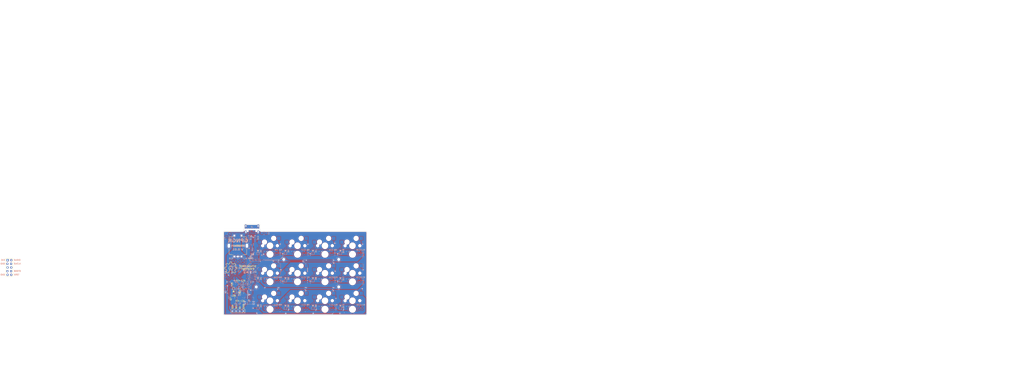
<source format=kicad_pcb>
(kicad_pcb (version 20221018) (generator pcbnew)
  (layers (0 "F.Cu" signal) (31 "B.Cu" signal) (34 "B.Paste" user) (35 "F.Paste" user) (36 "B.SilkS" user "B.Silkscreen") (37 "F.SilkS" user "F.Silkscreen") (38 "B.Mask" user) (39 "F.Mask" user) (44 "Edge.Cuts" user))
  (net 0 "")
  (net 1 "3V3")
  (net 2 "GND")
  (net 3 "Net-(D14-VDD)")
  (net 4 "Net-(D15-VDD)")
  (net 5 "Net-(D16-VDD)")
  (net 6 "Net-(D17-VDD)")
  (net 7 "Net-(D18-VDD)")
  (net 8 "Net-(D19-VDD)")
  (net 9 "Net-(D20-VDD)")
  (net 10 "Net-(D21-VDD)")
  (net 11 "Net-(D22-VDD)")
  (net 12 "Net-(D23-VDD)")
  (net 13 "Net-(D24-VDD)")
  (net 14 "Net-(D25-VDD)")
  (net 15 "NRST")
  (net 16 "5V")
  (net 17 "BOOT0")
  (net 18 "ENCODER_OUT_A")
  (net 19 "ENCODER_OUT_B")
  (net 20 "R0")
  (net 21 "Net-(D1-A)")
  (net 22 "Net-(D2-A)")
  (net 23 "Net-(D3-A)")
  (net 24 "Net-(D4-A)")
  (net 25 "ENCODER_SW1")
  (net 26 "R1")
  (net 27 "Net-(D6-A)")
  (net 28 "Net-(D7-A)")
  (net 29 "Net-(D8-A)")
  (net 30 "Net-(D9-A)")
  (net 31 "R2")
  (net 32 "Net-(D10-A)")
  (net 33 "Net-(D11-A)")
  (net 34 "Net-(D12-A)")
  (net 35 "Net-(D14-DOUT)")
  (net 36 "LEDPWM")
  (net 37 "Net-(D15-DOUT)")
  (net 38 "Net-(D16-DOUT)")
  (net 39 "Net-(D17-DOUT)")
  (net 40 "Net-(D18-DOUT)")
  (net 41 "Net-(D19-DOUT)")
  (net 42 "Net-(D20-DOUT)")
  (net 43 "Net-(D21-DOUT)")
  (net 44 "Net-(D22-DOUT)")
  (net 46 "Net-(D27-K)")
  (net 47 "Net-(D27-A)")
  (net 48 "VBUS")
  (net 49 "SWDIO")
  (net 50 "SWCLK")
  (net 54 "CC1")
  (net 55 "DBUS+")
  (net 56 "DBUS-")
  (net 58 "CC2")
  (net 60 "D-")
  (net 61 "D+")
  (net 62 "SCL")
  (net 63 "SDA")
  (net 64 "GNDPWR")
  (net 65 "Net-(Q1-C)")
  (net 66 "ENCODER_A")
  (net 67 "ENCODER_B")
  (net 68 "C0")
  (net 69 "C1")
  (net 70 "C2")
  (net 71 "C3")
  (net 72 "C4")
  (net 93 "Net-(D5-A)")
  (net 94 "Net-(D15-DIN)")
  (net 95 "Net-(D16-DIN)")
  (footprint "acheron_Hardware:MouseBite_IPC7351" (layer "F.Cu") (at 52.872 135.128 180)
    (fp_text reference "H6" hide)
    (fp_text value "MountingHole")
  )
  (footprint "Capacitor_SMD:C_0805_2012Metric" (layer "F.Cu") (at 49.342 172.466 180)
    (fp_text reference "C26")
    (fp_text value "10u")
  )
  (footprint "acheron_Components:D_SOD-123" (layer "F.Cu") (at 42.604998 177.927 -90)
    (fp_text reference "D27")
    (fp_text value "1N4148W")
  )
  (footprint "acheron_MountingHoles:MountingHole_2.5x4.0mm" (layer "F.Cu") (at 115.490625 175.021875)
    (fp_text reference "H3" hide)
    (fp_text value "MountingHole")
  )
  (footprint "acheron_Connectors:PinHeader_2x5_P2.54mm_Vertical_Staggered" (layer "F.Cu") (at -112.8395 161.544)
    (fp_text reference "J1" hide)
    (fp_text value "ARM JTAG" hide)
  )
  (footprint "Capacitor_SMD:C_0805_2012Metric" (layer "F.Cu") (at 48.9 183.134 180)
    (fp_text reference "C25")
    (fp_text value "100n")
  )
  (footprint "Resistor_SMD:R_0805_2012Metric" (layer "F.Cu") (at 45.786 172.466 180)
    (fp_text reference "R24")
    (fp_text value "1M")
  )
  (footprint "acheron_Hardware:MouseBite_IPC7351" (layer "F.Cu") (at 57.892 135.128 180)
    (fp_text reference "H5" hide)
    (fp_text value "MountingHole")
  )
  (footprint "acheron_MountingHoles:MountingHole_2.5x4.0mm" (layer "F.Cu") (at 58.340625 175.021875)
    (fp_text reference "H4" hide)
    (fp_text value "MountingHole")
  )
  (footprint "Package_TO_SOT_SMD:SOT-23" (layer "F.Cu") (at 41.722 182.372 -90)
    (fp_text reference "Q1")
    (fp_text value "DTC123JKAT146")
  )
  (footprint "acheron_MountingHoles:MountingHole_2.5x4.0mm" (layer "F.Cu") (at 115.490625 155.971875)
    (fp_text reference "H2" hide)
    (fp_text value "MountingHole")
  )
  (footprint "Resistor_SMD:R_0805_2012Metric" (layer "F.Cu") (at 42.992 173.228 -90)
    (fp_text reference "R23")
    (fp_text value "330k")
  )
  (footprint "Resistor_SMD:R_0805_2012Metric" (layer "F.Cu") (at 45.278 183.134 180)
    (fp_text reference "R25")
    (fp_text value "100R")
  )
  (footprint "acheron_Hardware:K2-1187SQ-A4SW-06" (layer "F.Cu") (at 47.088623 177.82175 -90)
    (fp_text reference "SW14")
    (fp_text value "SW_SPST")
  )
  (footprint "acheron_Connectors:PinHeader_1x4_P2.54mm_Vertical" (layer "F.Cu") (at 45.61 191.791375 -90)
    (fp_text reference "J4" hide)
    (fp_text value "Oled" hide)
  )
  (footprint "acheron_MountingHoles:MountingHole_2.5x4.0mm" (layer "F.Cu") (at 77.390625 155.971875)
    (fp_text reference "H1" hide)
    (fp_text value "MountingHole")
  )
  (footprint "acheron_Graphics:OSH_Logo_22.5x8.5mm" (layer "F.Cu") (at 47.244 161.798)
    (fp_text reference "H9" hide)
    (fp_text value "MountingHole" hide)
  )
  (footprint "Capacitor_SMD:C_0805_2012Metric" (layer "B.Cu") (at 110.744 170.6095 -90)
    (fp_text reference "C16")
    (fp_text value "100n")
  )
  (footprint "Capacitor_SMD:C_0805_2012Metric" (layer "B.Cu") (at 72.644 189.6595 -90)
    (fp_text reference "C11")
    (fp_text value "100n")
  )
  (footprint "Package_TO_SOT_SMD:SOT-23" (layer "B.Cu") (at 55.372 166.624 90)
    (fp_text reference "U3")
    (fp_text value "MCP1700-3302E")
  )
  (footprint "acheron_MXH:MX100H" (layer "B.Cu") (at 105.965625 146.446875 180)
    (fp_text reference "SW7")
    (fp_text value "Mechanical_Switch")
  )
  (footprint "Capacitor_SMD:C_0805_2012Metric" (layer "B.Cu") (at 129.794 189.6595 -90)
    (fp_text reference "C20")
    (fp_text value "100n")
  )
  (footprint "Resistor_SMD:R_0805_2012Metric" (layer "B.Cu") (at 56.388 163.322)
    (fp_text reference "R21")
    (fp_text value "100k")
  )
  (footprint "Capacitor_SMD:C_0805_2012Metric" (layer "B.Cu") (at 52.668249 174.661751 45)
    (fp_text reference "C7")
    (fp_text value "100n")
  )
  (footprint "Resistor_SMD:R_0805_2012Metric" (layer "B.Cu") (at 74.676 151.5595 -90)
    (fp_text reference "R3")
    (fp_text value "100R")
  )
  (footprint "Resistor_SMD:R_0805_2012Metric" (layer "B.Cu") (at 45.095235 188.584765 -135)
    (fp_text reference "R2")
    (fp_text value "4.7k")
  )
  (footprint "Capacitor_SMD:C_0805_2012Metric" (layer "B.Cu") (at 36.79 167.64 -90)
    (fp_text reference "C3")
    (fp_text value "100n")
  )
  (footprint "Resistor_SMD:R_0805_2012Metric" (layer "B.Cu") (at 49.9595 156.972)
    (fp_text reference "R17")
    (fp_text value "10k")
  )
  (footprint "acheron_MXH:MX100H" (layer "B.Cu") (at 67.865625 165.496875 180)
    (fp_text reference "SW2")
    (fp_text value "Mechanical_Switch")
  )
  (footprint "Resistor_SMD:R_0805_2012Metric" (layer "B.Cu") (at 46.99 157.6555 90)
    (fp_text reference "R15")
    (fp_text value "10k")
  )
  (footprint "acheron_Components:SK6812MINI_3535_6028_3.2x2.8mm_Round" (layer "B.Cu") (at 67.865625 190.5 180)
    (fp_text reference "D16" hide)
    (fp_text value "SK6812MINI-E")
  )
  (footprint "Capacitor_SMD:C_0805_2012Metric" (layer "B.Cu") (at 43.754 180.594)
    (fp_text reference "C6")
    (fp_text value "4.7u")
  )
  (footprint "acheron_Components:SOT-23-6" (layer "B.Cu") (at 55.4805 149.606 -90)
    (fp_text reference "U2")
    (fp_text value "USBLC6-2SC6")
  )
  (footprint "Resistor_SMD:R_0805_2012Metric" (layer "B.Cu") (at 131.826 151.5595 -90)
    (fp_text reference "R12")
    (fp_text value "100R")
  )
  (footprint "acheron_Components:SK6812MINI_3535_6028_3.2x2.8mm_Round" (layer "B.Cu") (at 86.915625 171.45 180)
    (fp_text reference "D18" hide)
    (fp_text value "SK6812MINI-E")
  )
  (footprint "acheron_Hardware:ALPS_EC11E" (layer "B.Cu") (at 45.61 146.46 180)
    (fp_text reference "SW13" hide)
    (fp_text value "EC11")
  )
  (footprint "acheron_Components:D_SOD-123" (layer "B.Cu") (at 59.53125 150.01875 90)
    (fp_text reference "D1")
    (fp_text value "1N4148W")
  )
  (footprint "acheron_MXH:MX100H" (layer "B.Cu") (at 125.015625 146.446875 180)
    (fp_text reference "SW10")
    (fp_text value "Mechanical_Switch")
  )
  (footprint "acheron_Components:SK6812MINI_3535_6028_3.2x2.8mm_Round" (layer "B.Cu") (at 105.965625 190.5 180)
    (fp_text reference "D22" hide)
    (fp_text value "SK6812MINI-E")
  )
  (footprint "acheron_Components:SK6812MINI_3535_6028_3.2x2.8mm_Round" (layer "B.Cu") (at 105.965625 171.45 180)
    (fp_text reference "D21" hide)
    (fp_text value "SK6812MINI-E")
  )
  (footprint "acheron_Components:Fuse_1812_4532" (layer "B.Cu") (at 58.166 156.464 -90)
    (fp_text reference "F1")
    (fp_text value "mSMD110-16V")
  )
  (footprint "acheron_MXH:MX100H" (layer "B.Cu") (at 67.865625 184.546875 180)
    (fp_text reference "SW3")
    (fp_text value "Mechanical_Switch")
  )
  (footprint "Capacitor_SMD:C_0805_2012Metric" (layer "B.Cu") (at 91.694 151.5595 -90)
    (fp_text reference "C12")
    (fp_text value "100n")
  )
  (footprint "Capacitor_SMD:C_0805_2012Metric" (layer "B.Cu") (at 43.81 164.292 180)
    (fp_text reference "C2")
    (fp_text value "10n")
  )
  (footprint "acheron_Components:D_SOD-123" (layer "B.Cu") (at 53.594 155.448 135)
    (fp_text reference "D13")
    (fp_text value "1N4148W")
  )
  (footprint "Resistor_SMD:R_0805_2012Metric" (layer "B.Cu") (at 74.676 189.6595 -90)
    (fp_text reference "R5")
    (fp_text value "100R")
  )
  (footprint "acheron_Connectors:SM04B-SRSS-TB(LF)(SN)_mounting-reliefs" (layer "B.Cu") (at 53.34 182.9 180)
    (fp_text reference "J3")
    (fp_text value "Conn_01x04")
  )
  (footprint "Resistor_SMD:R_0805_2012Metric" (layer "B.Cu") (at 93.726 151.5595 -90)
    (fp_text reference "R6")
    (fp_text value "100R")
  )
  (footprint "Resistor_SMD:R_0805_2012Metric" (layer "B.Cu") (at 112.776 151.5595 -90)
    (fp_text reference "R9")
    (fp_text value "100R")
  )
  (footprint "acheron_Components:SK6812MINI_3535_6028_3.2x2.8mm_Round" (layer "B.Cu") (at 67.865625 152.4 180)
    (fp_text reference "D14" hide)
    (fp_text value "SK6812MINI-E")
  )
  (footprint "acheron_Components:D_SOD-123" (layer "B.Cu") (at 78.58125 188.11875 90)
    (fp_text reference "D6")
    (fp_text value "1N4148W")
  )
  (footprint "Capacitor_SMD:C_0805_2012Metric" (layer "B.Cu") (at 91.694 189.6595 -90)
    (fp_text reference "C14")
    (fp_text value "100n")
  )
  (footprint "acheron_Components:SK6812MINI_3535_6028_3.2x2.8mm_Round" (layer "B.Cu") (at 105.965625 152.4 180)
    (fp_text reference "D20" hide)
    (fp_text value "SK6812MINI-E")
  )
  (footprint "Capacitor_SMD:C_0805_2012Metric" (layer "B.Cu") (at 91.694 170.6095 -90)
    (fp_text reference "C13")
    (fp_text value "100n")
  )
  (footprint "acheron_Components:SK6812MINI_3535_6028_3.2x2.8mm_Round" (layer "B.Cu") (at 125.015625 152.4 180)
    (fp_text reference "D23" hide)
    (fp_text value "SK6812MINI-E")
  )
  (footprint "Capacitor_SMD:C_0805_2012Metric" (layer "B.Cu") (at 36.79 175.768 -90)
    (fp_text reference "C4")
    (fp_text value "100n")
  )
  (footprint "Resistor_SMD:R_0805_2012Metric" (layer "B.Cu") (at 93.726 170.6095 -90)
    (fp_text reference "R7")
    (fp_text value "100R")
  )
  (footprint "Capacitor_SMD:C_0805_2012Metric" (layer "B.Cu") (at 51.144249 173.071751 45)
    (fp_text reference "C8")
    (fp_text value "4.7u")
  )
  (footprint "Capacitor_SMD:C_0805_2012Metric" (layer "B.Cu") (at 41.3235 159.004 180)
    (fp_text reference "C22")
    (fp_text value "10n")
  )
  (footprint "Resistor_SMD:R_0805_2012Metric" (layer "B.Cu") (at 42.047235 188.584765 -135)
    (fp_text reference "R1")
    (fp_text value "4.7k")
  )
  (footprint "Resistor_SMD:R_0805_2012Metric" (layer "B.Cu") (at 41.3235 156.972 180)
    (fp_text reference "R18")
    (fp_text value "10k")
  )
  (footprint "Resistor_SMD:R_0805_2012Metric" (layer "B.Cu") (at 131.826 189.6595 -90)
    (fp_text reference "R14")
    (fp_text value "100R")
  )
  (footprint "Resistor_SMD:R_0805_2012Metric" (layer "B.Cu") (at 112.776 170.6095 -90)
    (fp_text reference "R10")
    (fp_text value "100R")
  )
  (footprint "acheron_Components:D_SOD-123" (layer "B.Cu") (at 52.07 164.592 -90)
    (fp_text reference "D26")
    (fp_text value "RB060M-60TR")
  )
  (footprint "acheron_MXH:MX100H" (layer "B.Cu") (at 67.865625 146.446875 180)
    (fp_text reference "SW1")
    (fp_text value "Mechanical_Switch")
  )
  (footprint "acheron_Components:D_SOD-123" (layer "B.Cu") (at 59.53125 188.11875 90)
    (fp_text reference "D3")
    (fp_text value "1N4148W")
  )
  (footprint "acheron_Components:SK6812MINI_3535_6028_3.2x2.8mm_Round" (layer "B.Cu") (at 125.015625 171.45 180)
    (fp_text reference "D24" hide)
    (fp_text value "SK6812MINI-E")
  )
  (footprint "acheron_MXH:MX100H" (layer "B.Cu") (at 86.915625 146.446875 180)
    (fp_text reference "SW4")
    (fp_text value "Mechanical_Switch")
  )
  (footprint "acheron_MXH:MX100H" (layer "B.Cu") (at 125.015625 184.546875 180)
    (fp_text reference "SW12")
    (fp_text value "Mechanical_Switch")
  )
  (footprint "acheron_Components:D_SOD-123" (layer "B.Cu") (at 116.68125 169.06875 90)
    (fp_text reference "D11")
    (fp_text value "1N4148W")
  )
  (footprint "Capacitor_SMD:C_0805_2012Metric" (layer "B.Cu") (at 110.744 189.6595 -90)
    (fp_text reference "C17")
    (fp_text value "100n")
  )
  (footprint "Inductor_SMD:L_1206_3216Metric_Pad1.42x1.75mm_HandSolder" (layer "B.Cu") (at 38.862 139.192 -135)
    (fp_text reference "L2")
    (fp_text value "L_Ferrite")
  )
  (footprint "Capacitor_SMD:C_0805_2012Metric" (layer "B.Cu") (at 52.324 169.164 -90)
    (fp_text reference "C24")
    (fp_text value "1u")
  )
  (footprint "Capacitor_SMD:C_0805_2012Metric" (layer "B.Cu") (at 129.794 170.6095 -90)
    (fp_text reference "C19")
    (fp_text value "100n")
  )
  (footprint "acheron_Components:D_SOD-123" (layer "B.Cu") (at 116.68125 150.01875 90)
    (fp_text reference "D10")
    (fp_text value "1N4148W")
  )
  (footprint "acheron_Components:D_SOD-123" (layer "B.Cu") (at 59.53125 169.06875 90)
    (fp_text reference "D2")
    (fp_text value "1N4148W")
  )
  (footprint "acheron_Components:SK6812MINI_3535_6028_3.2x2.8mm_Round" (layer "B.Cu") (at 67.865625 171.45 180)
    (fp_text reference "D15" hide)
    (fp_text value "SK6812MINI-E")
  )
  (footprint "Capacitor_SMD:C_0805_2012Metric" (layer "B.Cu") (at 129.794 151.5595 -90)
    (fp_text reference "C18")
    (fp_text value "100n")
  )
  (footprint "acheron_Components:D_SOD-123" (layer "B.Cu") (at 97.63125 188.11875 90)
    (fp_text reference "D9")
    (fp_text value "1N4148W")
  )
  (footprint "acheron_Components:SK6812MINI_3535_6028_3.2x2.8mm_Round" (layer "B.Cu") (at 125.015625 190.5 180)
    (fp_text reference "D25" hide)
    (fp_text value "SK6812MINI-E")
  )
  (footprint "Resistor_SMD:R_0805_2012Metric" (layer "B.Cu") (at 55.372 169.926)
    (fp_text reference "R22")
    (fp_text value "100k")
  )
  (footprint "acheron_Components:SK6812MINI_3535_6028_3.2x2.8mm_Round" (layer "B.Cu") (at 86.915625 190.5 180)
    (fp_text reference "D19" hide)
    (fp_text value "SK6812MINI-E")
  )
  (footprint "Capacitor_SMD:C_0805_2012Metric" (layer "B.Cu") (at 43.81 162.052 180)
    (fp_text reference "C1")
    (fp_text value locked "1u")
  )
  (footprint "acheron_Components:D_SOD-123" (layer "B.Cu") (at 78.58125 169.06875 90)
    (fp_text reference "D5")
    (fp_text value "1N4148W")
  )
  (footprint "Capacitor_SMD:C_0805_2012Metric" (layer "B.Cu") (at 72.644 151.5595 -90)
    (fp_text reference "C9")
    (fp_text value "100n")
  )
  (footprint "acheron_Components:D_SOD-123" (layer "B.Cu") (at 97.63125 169.06875 90)
    (fp_text reference "D8")
    (fp_text value "1N4148W")
  )
  (footprint "Capacitor_SMD:C_0805_2012Metric" (layer "B.Cu") (at 49.9595 159.004)
    (fp_text reference "C21")
    (fp_text value "10n")
  )
  (footprint "Capacitor_SMD:C_0805_2012Metric" (layer "B.Cu") (at 72.644 170.6095 -90)
    (fp_text reference "C10")
    (fp_text value "100n")
  )
  (footprint "acheron_Components:LQFP-48_7x7mm_P0.5mm" (layer "B.Cu") (at 43.726149 171.51875 -45)
    (fp_text reference "U1")
    (fp_text value "STM32F072-LQFP48")
  )
  (footprint "Capacitor_SMD:C_0805_2012Metric" (layer "B.Cu") (at 110.744 151.5595 -90)
    (fp_text reference "C15")
    (fp_text value "100n")
  )
  (footprint "Resistor_SMD:R_0805_2012Metric" (layer "B.Cu") (at 44.196 157.6555 90)
    (fp_text reference "R16")
    (fp_text value "10k")
  )
  (footprint "Resistor_SMD:R_0805_2012Metric" (layer "B.Cu") (at 57.912 142.24 -90)
    (fp_text reference "R20")
    (fp_text value "5.1k")
  )
  (footprint "Capacitor_SMD:C_0805_2012Metric" (layer "B.Cu") (at 43.754 178.562)
    (fp_text reference "C5")
    (fp_text value "100n")
  )
  (footprint "Resistor_SMD:R_0805_2012Metric" (layer "B.Cu") (at 131.826 170.6095 -90)
    (fp_text reference "R13")
    (fp_text value "100R")
  )
  (footprint "acheron_Connectors:USB_C_Receptacle_Hroparts_TYPE-C-31-M-12" (layer "B.Cu") (at 55.372 138.4125)
    (fp_text reference locked "J2")
    (fp_text value locked "TYPE-C-31-M-12")
  )
  (footprint "Capacitor_SMD:C_0805_2012Metric" (layer "B.Cu") (at 56.388 160.829625)
    (fp_text reference "C23")
    (fp_text value "1u")
  )
  (footprint "acheron_Components:D_SOD-123" (layer "B.Cu") (at 78.58125 150.01875 90)
    (fp_text reference "D4")
    (fp_text value "1N4148W")
  )
  (footprint "acheron_MXH:MX100H" (layer "B.Cu") (at 125.015625 165.496875 180)
    (fp_text reference "SW11")
    (fp_text value "Mechanical_Switch")
  )
  (footprint "Resistor_SMD:R_0805_2012Metric" (layer "B.Cu") (at 74.676 170.6095 -90)
    (fp_text reference "R4")
    (fp_text value "100R")
  )
  (footprint "Inductor_SMD:L_1206_3216Metric_Pad1.42x1.75mm_HandSolder" (layer "B.Cu") (at 63.754 137.82)
    (fp_text reference "L1")
    (fp_text value "L_Ferrite")
  )
  (footprint "Resistor_SMD:R_0805_2012Metric" (layer "B.Cu") (at 112.776 189.6595 -90)
    (fp_text reference "R11")
    (fp_text value "100R")
  )
  (footprint "acheron_MXH:MX100H" (layer "B.Cu") (at 105.965625 184.546875 180)
    (fp_text reference "SW9")
    (fp_text value "Mechanical_Switch")
  )
  (footprint "acheron_Components:D_SOD-123" (layer "B.Cu") (at 97.63125 150.01875 90)
    (fp_text reference "D7")
    (fp_text value "1N4148W")
  )
  (footprint "acheron_Components:SK6812MINI_3535_6028_3.2x2.8mm_Round" (layer "B.Cu") (at 86.915625 152.4 180)
    (fp_text reference "D17" hide)
    (fp_text value "SK6812MINI-E")
  )
  (footprint "Resistor_SMD:R_0805_2012Metric" (layer "B.Cu") (at 93.726 189.6595 -90)
    (fp_text reference "R8")
    (fp_text value "100R")
  )
  (footprint "acheron_Components:D_SOD-123" (layer "B.Cu") (at 116.68125 188.11875 90)
    (fp_text reference "D12")
    (fp_text value "1N4148W")
  )
  (footprint "acheron_MXH:MX100H" (layer "B.Cu") (at 86.915625 184.546875 180)
    (fp_text reference "SW6")
    (fp_text value "Mechanical_Switch")
  )
  (footprint "Resistor_SMD:R_0805_2012Metric" (layer "B.Cu") (at 52.832 142.24 -90)
    (fp_text reference "R19")
    (fp_text value "5.1k")
  )
  (footprint "acheron_MXH:MX100H" (layer "B.Cu") (at 86.915625 165.496875 180)
    (fp_text reference "SW5")
    (fp_text value "Mechanical_Switch")
  )
  (footprint "acheron_MXH:MX100H" (layer "B.Cu") (at 105.965625 165.496875 180)
    (fp_text reference "SW8")
    (fp_text value "Mechanical_Switch")
  )
  (gr_arc (start 61.868525 136.421875) (mid 61.161418 136.128982) (end 60.868525 135.421875) (stroke (width 0.2)) (layer "Edge.Cuts"))
  (gr_line (start 50.368525 131.586875) (end 60.368525 131.586875) (stroke (width 0.2)) (layer "Edge.Cuts"))
  (gr_arc (start 49.868525 132.086875) (mid 50.014972 131.733322) (end 50.368525 131.586875) (stroke (width 0.2)) (layer "Edge.Cuts"))
  (gr_line (start 134.040625 194.571875) (end 36.540625 194.571875) (stroke (width 0.2)) (layer "Edge.Cuts"))
  (gr_line (start 35.540625 193.571875) (end 35.540625 137.421875) (stroke (width 0.2)) (layer "Edge.Cuts"))
  (gr_line (start 36.540625 136.421875) (end 48.868525 136.421875) (stroke (width 0.2)) (layer "Edge.Cuts"))
  (gr_arc (start 135.040625 193.571875) (mid 134.747732 194.278982) (end 134.040625 194.571875) (stroke (width 0.2)) (layer "Edge.Cuts"))
  (gr_line (start 60.868525 132.086875) (end 60.868525 135.421875) (stroke (width 0.2)) (layer "Edge.Cuts"))
  (gr_arc (start 35.540625 137.421875) (mid 35.833518 136.714768) (end 36.540625 136.421875) (stroke (width 0.2)) (layer "Edge.Cuts"))
  (gr_arc (start 36.540625 194.571875) (mid 35.833518 194.278982) (end 35.540625 193.571875) (stroke (width 0.2)) (layer "Edge.Cuts"))
  (gr_arc (start 60.368525 131.586875) (mid 60.722078 131.733322) (end 60.868525 132.086875) (stroke (width 0.2)) (layer "Edge.Cuts"))
  (gr_arc (start 134.040625 136.421875) (mid 134.747732 136.714768) (end 135.040625 137.421875) (stroke (width 0.2)) (layer "Edge.Cuts"))
  (gr_line (start 49.868525 135.421875) (end 49.868525 132.086875) (stroke (width 0.2)) (layer "Edge.Cuts"))
  (gr_line (start 135.040625 137.421875) (end 135.040625 193.571875) (stroke (width 0.2)) (layer "Edge.Cuts"))
  (gr_line (start 61.868525 136.421875) (end 134.040625 136.421875) (stroke (width 0.2)) (layer "Edge.Cuts"))
  (gr_arc (start 49.868525 135.421875) (mid 49.575632 136.128982) (end 48.868525 136.421875) (stroke (width 0.2)) (layer "Edge.Cuts"))
  (gr_text "3V3" (at -115.697 156.972) (layer "B.SilkS") (effects (font (size 1 1) (thickness 0.25) bold) (justify right bottom)))
  (gr_text "BOOT0" (at -109.855 164.592) (layer "B.SilkS") (effects (font (size 1 1) (thickness 0.25) bold) (justify left bottom)))
  (gr_text "GND" (at -115.697 167.132) (layer "B.SilkS") (effects (font (size 1 1) (thickness 0.25) bold) (justify left bottom mirror)))
  (gr_text "GPNGR" (at 45.72 144.526) (layer "B.SilkS") (effects (font (size 2.5 2.5) (thickness 0.3) bold) (justify bottom mirror)))
  (gr_text "GND" (at -115.697 159.512) (layer "B.SilkS") (effects (font (size 1 1) (thickness 0.25) bold) (justify right bottom)))
  (gr_text "NRST" (at -109.855 167.132) (layer "B.SilkS") (effects (font (size 1 1) (thickness 0.25) bold) (justify left bottom)))
  (gr_text "SWCLK" (at -109.855 159.512) (layer "B.SilkS") (effects (font (size 1 1) (thickness 0.25) bold) (justify left bottom)))
  (gr_text "SWDIO\n" (at -109.855 156.972) (layer "B.SilkS") (effects (font (size 1 1) (thickness 0.25) bold) (justify left bottom)))
  (gr_text "Knobert\nV 0.01" (at 45.609829 150.01875) (layer "B.SilkS") (effects (font (size 1.5 1.5) (thickness 0.3) bold) (justify bottom mirror)))
  (gr_text "GND" (at 50.114375 190.246 90) (layer "F.SilkS") (effects (font (size 1 1) (thickness 0.2) bold) (justify left bottom)))
  (gr_text "5V" (at 47.574375 190.246 90) (layer "F.SilkS") (effects (font (size 1 1) (thickness 0.2) bold) (justify left bottom)))
  (gr_text "SCL" (at 45.034375 190.246 90) (layer "F.SilkS") (effects (font (size 1 1) (thickness 0.2) bold) (justify left bottom)))
  (gr_text "SDA" (at 42.494375 190.246 90) (layer "F.SilkS") (effects (font (size 1 1) (thickness 0.2) bold) (justify left bottom)))
  (segment (start 48.938623 176.867377) (end 48.938623 174.72175) (width 0.5) (layer "F.Cu") (net 1))
  (segment (start 38.354 179.324) (end 38.354 181.527528) (width 0.5) (layer "F.Cu") (net 1))
  (segment (start 38.354 181.527528) (end 43.729532 186.90306) (width 0.5) (layer "F.Cu") (net 1))
  (segment (start 48.938623 180.92175) (end 48.58775 180.92175) (width 0.5) (layer "F.Cu") (net 1))
  (segment (start 46.736 179.07) (end 48.938623 176.867377) (width 0.5) (layer "F.Cu") (net 1))
  (segment (start 43.729532 186.90306) (end 44.704 186.90306) (width 0.5) (layer "F.Cu") (net 1))
  (segment (start 48.58775 180.92175) (end 46.736 179.07) (width 0.5) (layer "F.Cu") (net 1))
  (via (at 46.736 179.07) (size 0.508) (drill 0.3048) (layers "F.Cu" "B.Cu") (net 1))
  (via (at 44.704 186.90306) (size 0.508) (drill 0.3048) (layers "F.Cu" "B.Cu") (net 1))
  (via (at 38.354 179.324) (size 0.508) (drill 0.3048) (layers "F.Cu" "B.Cu") (net 1))
  (segment (start 44.704 180.594) (end 44.704 182.626) (width 0.5) (layer "B.Cu") (net 1))
  (segment (start 52.9765 167.5615) (end 52.324 168.214) (width 0.5) (layer "B.Cu") (net 1))
  (segment (start 41.6667 167.6507) (end 40.386 166.37) (width 0.2) (layer "B.Cu") (net 1))
  (segment (start 54.4595 169.7755) (end 52.898 168.214) (width 0.5) (layer "B.Cu") (net 1))
  (segment (start 44.704 176.527111) (end 44.654226 176.477337) (width 0.5) (layer "B.Cu") (net 1))
  (segment (start 44.704 180.594) (end 44.704 186.90306) (width 0.5) (layer "B.Cu") (net 1))
  (segment (start 40.386 164.846) (end 40.94 164.292) (width 0.2) (layer "B.Cu") (net 1))
  (segment (start 37.912 168.59) (end 36.79 168.59) (width 0.5) (layer "B.Cu") (net 1))
  (segment (start 42.69247 187.93953) (end 45.74047 187.93953) (width 0.5) (layer "B.Cu") (net 1))
  (segment (start 44.704 180.594) (end 44.704 178.562) (width 0.5) (layer "B.Cu") (net 1))
  (segment (start 44.196 158.568) (end 46.99 158.568) (width 0.5) (layer "B.Cu") (net 1))
  (segment (start 54.422 167.5615) (end 52.9765 167.5615) (width 0.5) (layer "B.Cu") (net 1))
  (segment (start 51.816 172.4) (end 50.494063 172.4) (width 0.5) (layer "B.Cu") (net 1))
  (segment (start 45.212 179.07) (end 44.704 178.562) (width 0.5) (layer "B.Cu") (net 1))
  (segment (start 42.86 162.052) (end 41.91 162.052) (width 0.5) (layer "B.Cu") (net 1))
  (segment (start 52.07 166.242) (end 52.07 167.96) (width 0.5) (layer "B.Cu") (net 1))
  (segment (start 37.658 174.818) (end 38.354 175.514) (width 0.5) (layer "B.Cu") (net 1))
  (segment (start 38.838273 170.519962) (end 38.719962 170.519962) (width 0.2) (layer "B.Cu") (net 1))
  (segment (start 51.816 172.466) (end 53.34 173.99) (width 0.5) (layer "B.Cu") (net 1))
  (segment (start 51.816 172.4) (end 51.816 172.466) (width 0.5) (layer "B.Cu") (net 1))
  (segment (start 46.736 179.07) (end 45.212 179.07) (width 0.5) (layer "B.Cu") (net 1))
  (segment (start 54.4595 169.926) (end 54.4595 172.8705) (width 0.5) (layer "B.Cu") (net 1))
  (segment (start 38.719962 170.519962) (end 36.79 168.59) (width 0.2) (layer "B.Cu") (net 1))
  (segment (start 41.91 162.052) (end 38.354 165.608) (width 0.5) (layer "B.Cu") (net 1))
  (segment (start 38.354 165.608) (end 38.354 168.148) (width 0.5) (layer "B.Cu") (net 1))
  (segment (start 40.94 164.292) (end 42.86 164.292) (width 0.2) (layer "B.Cu") (net 1))
  (segment (start 41.6667 167.691535) (end 41.6667 167.6507) (width 0.2) (layer "B.Cu") (net 1))
  (segment (start 36.79 174.818) (end 37.658 174.818) (width 0.5) (layer "B.Cu") (net 1))
  (segment (start 52.898 168.214) (end 52.324 168.214) (width 0.5) (layer "B.Cu") (net 1))
  (segment (start 52.07 167.96) (end 52.324 168.214) (width 0.5) (layer "B.Cu") (net 1))
  (segment (start 44.704 186.90306) (end 45.74047 187.93953) (width 0.5) (layer "B.Cu") (net 1))
  (segment (start 54.4595 169.926) (end 54.4595 169.7755) (width 0.5) (layer "B.Cu") (net 1))
  (segment (start 44.704 178.562) (end 44.704 176.527111) (width 0.5) (layer "B.Cu") (net 1))
  (segment (start 42.86 164.292) (end 42.86 162.052) (width 0.5) (layer "B.Cu") (net 1))
  (segment (start 36.79 174.818) (end 36.79 174.565811) (width 0.2) (layer "B.Cu") (net 1))
  (segment (start 36.79 174.565811) (end 38.838273 172.517538) (width 0.2) (layer "B.Cu") (net 1))
  (segment (start 40.386 166.37) (end 40.386 164.846) (width 0.2) (layer "B.Cu") (net 1))
  (segment (start 38.354 168.148) (end 37.912 168.59) (width 0.5) (layer "B.Cu") (net 1))
  (segment (start 50.494063 172.4) (end 48.684736 170.590673) (width 0.5) (layer "B.Cu") (net 1))
  (segment (start 54.4595 172.8705) (end 53.34 173.99) (width 0.5) (layer "B.Cu") (net 1))
  (segment (start 38.354 175.514) (end 38.354 179.324) (width 0.5) (layer "B.Cu") (net 1))
  (via (at 101.854 188.468) (size 0.508) (drill 0.3048) (layers "F.Cu" "B.Cu") (net 2))
  (via (at 82.804 169.418) (size 0.508) (drill 0.3048) (layers "F.Cu" "B.Cu") (net 2))
  (via (at 119.253 192.913) (size 0.508) (drill 0.3048) (layers "F.Cu" "B.Cu") (net 2))
  (via (at 74.803 192.278) (size 0.508) (drill 0.3048) (layers "F.Cu" "B.Cu") (net 2))
  (via (at 63.754 150.368) (size 0.508) (drill 0.3048) (layers "F.Cu" "B.Cu") (net 2))
  (via (at 92.329 192.278) (size 0.508) (drill 0.3048) (layers "F.Cu" "B.Cu") (net 2))
  (via (at 101.854 169.418) (size 0.508) (drill 0.3048) (layers "F.Cu" "B.Cu") (net 2))
  (via (at 101.854 150.368) (size 0.508) (drill 0.3048) (layers "F.Cu" "B.Cu") (net 2))
  (via (at 82.804 188.468) (size 0.508) (drill 0.3048) (layers "F.Cu" "B.Cu") (net 2))
  (via (at 120.904 150.368) (size 0.508) (drill 0.3048) (layers "F.Cu" "B.Cu") (net 2))
  (via (at 54.737 159.004) (size 0.508) (drill 0.3048) (layers "F.Cu" "B.Cu") (net 2))
  (via (at 82.804 150.368) (size 0.508) (drill 0.3048) (layers "F.Cu" "B.Cu") (net 2))
  (via (at 63.754 188.468) (size 0.508) (drill 0.3048) (layers "F.Cu" "B.Cu") (net 2))
  (via (at 63.754 169.418) (size 0.508) (drill 0.3048) (layers "F.Cu" "B.Cu") (net 2))
  (via (at 120.904 188.468) (size 0.508) (drill 0.3048) (layers "F.Cu" "B.Cu") (net 2))
  (via (at 120.904 169.418) (size 0.508) (drill 0.3048) (layers "F.Cu" "B.Cu") (net 2))
  (segment (start 70.593849 153.2) (end 71.9535 153.2) (width 0.5) (layer "B.Cu") (net 3))
  (segment (start 71.9535 153.2) (end 72.644 152.5095) (width 0.5) (layer "B.Cu") (net 3))
  (segment (start 72.644 152.5095) (end 74.6385 152.5095) (width 0.5) (layer "B.Cu") (net 3))
  (segment (start 74.6385 152.5095) (end 74.676 152.472) (width 0.5) (layer "B.Cu") (net 3))
  (segment (start 70.593849 172.25) (end 71.9535 172.25) (width 0.5) (layer "B.Cu") (net 4))
  (segment (start 71.9535 172.25) (end 72.644 171.5595) (width 0.5) (layer "B.Cu") (net 4))
  (segment (start 72.644 171.5595) (end 74.6385 171.5595) (width 0.5) (layer "B.Cu") (net 4))
  (segment (start 74.6385 171.5595) (end 74.676 171.522) (width 0.5) (layer "B.Cu") (net 4))
  (segment (start 74.6385 190.6095) (end 74.676 190.572) (width 0.5) (layer "B.Cu") (net 5))
  (segment (start 71.9535 191.3) (end 72.644 190.6095) (width 0.5) (layer "B.Cu") (net 5))
  (segment (start 72.644 190.6095) (end 74.6385 190.6095) (width 0.5) (layer "B.Cu") (net 5))
  (segment (start 70.593849 191.3) (end 71.9535 191.3) (width 0.5) (layer "B.Cu") (net 5))
  (segment (start 93.6885 152.5095) (end 93.726 152.472) (width 0.5) (layer "B.Cu") (net 6))
  (segment (start 91.0035 153.2) (end 91.694 152.5095) (width 0.5) (layer "B.Cu") (net 6))
  (segment (start 89.643849 153.2) (end 91.0035 153.2) (width 0.5) (layer "B.Cu") (net 6))
  (segment (start 91.694 152.5095) (end 93.6885 152.5095) (width 0.5) (layer "B.Cu") (net 6))
  (segment (start 91.694 171.5595) (end 93.6885 171.5595) (width 0.5) (layer "B.Cu") (net 7))
  (segment (start 91.0035 172.25) (end 91.694 171.5595) (width 0.5) (layer "B.Cu") (net 7))
  (segment (start 93.6885 171.5595) (end 93.726 171.522) (width 0.5) (layer "B.Cu") (net 7))
  (segment (start 89.643849 172.25) (end 91.0035 172.25) (width 0.5) (layer "B.Cu") (net 7))
  (segment (start 91.0035 191.3) (end 91.694 190.6095) (width 0.5) (layer "B.Cu") (net 8))
  (segment (start 93.6885 190.6095) (end 93.726 190.572) (width 0.5) (layer "B.Cu") (net 8))
  (segment (start 91.694 190.6095) (end 93.6885 190.6095) (width 0.5) (layer "B.Cu") (net 8))
  (segment (start 89.643849 191.3) (end 91.0035 191.3) (width 0.5) (layer "B.Cu") (net 8))
  (segment (start 108.693849 153.2) (end 110.0535 153.2) (width 0.5) (layer "B.Cu") (net 9))
  (segment (start 110.744 152.5095) (end 112.7385 152.5095) (width 0.5) (layer "B.Cu") (net 9))
  (segment (start 110.0535 153.2) (end 110.744 152.5095) (width 0.5) (layer "B.Cu") (net 9))
  (segment (start 112.7385 152.5095) (end 112.776 152.472) (width 0.5) (layer "B.Cu") (net 9))
  (segment (start 108.693849 172.25) (end 110.0535 172.25) (width 0.5) (layer "B.Cu") (net 10))
  (segment (start 112.7385 171.5595) (end 112.776 171.522) (width 0.5) (layer "B.Cu") (net 10))
  (segment (start 110.744 171.5595) (end 112.7385 171.5595) (width 0.5) (layer "B.Cu") (net 10))
  (segment (start 110.0535 172.25) (end 110.744 171.5595) (width 0.5) (layer "B.Cu") (net 10))
  (segment (start 112.7385 190.6095) (end 112.776 190.572) (width 0.5) (layer "B.Cu") (net 11))
  (segment (start 110.744 190.6095) (end 112.7385 190.6095) (width 0.5) (layer "B.Cu") (net 11))
  (segment (start 108.693849 191.3) (end 110.0535 191.3) (width 0.5) (layer "B.Cu") (net 11))
  (segment (start 110.0535 191.3) (end 110.744 190.6095) (width 0.5) (layer "B.Cu") (net 11))
  (segment (start 129.794 152.5095) (end 131.7885 152.5095) (width 0.5) (layer "B.Cu") (net 12))
  (segment (start 127.743849 153.2) (end 129.1035 153.2) (width 0.5) (layer "B.Cu") (net 12))
  (segment (start 129.1035 153.2) (end 129.794 152.5095) (width 0.5) (layer "B.Cu") (net 12))
  (segment (start 131.7885 152.5095) (end 131.826 152.472) (width 0.5) (layer "B.Cu") (net 12))
  (segment (start 129.1035 172.25) (end 129.794 171.5595) (width 0.5) (layer "B.Cu") (net 13))
  (segment (start 127.743849 172.25) (end 129.1035 172.25) (width 0.5) (layer "B.Cu") (net 13))
  (segment (start 129.794 171.5595) (end 131.7885 171.5595) (width 0.5) (layer "B.Cu") (net 13))
  (segment (start 131.7885 171.5595) (end 131.826 171.522) (width 0.5) (layer "B.Cu") (net 13))
  (segment (start 127.743849 191.3) (end 129.1035 191.3) (width 0.5) (layer "B.Cu") (net 14))
  (segment (start 131.7885 190.6095) (end 131.826 190.572) (width 0.5) (layer "B.Cu") (net 14))
  (segment (start 129.794 190.6095) (end 131.7885 190.6095) (width 0.5) (layer "B.Cu") (net 14))
  (segment (start 129.1035 191.3) (end 129.794 190.6095) (width 0.5) (layer "B.Cu") (net 14))
  (segment (start 46.182 181.366) (end 47.95 183.134) (width 0.2) (layer "F.Cu") (net 15))
  (segment (start 47.914183 173.491) (end 46.182 175.223183) (width 0.2) (layer "F.Cu") (net 15))
  (segment (start 49.192 171.763183) (end 49.192 173.168817) (width 0.2) (layer "F.Cu") (net 15))
  (segment (start 46.182 175.223183) (end 46.182 181.366) (width 0.2) (layer "F.Cu") (net 15))
  (segment (start 43.07155 170.510597) (end 43.326953 170.766) (width 0.2) (layer "F.Cu") (net 15))
  (segment (start 48.194817 170.766) (end 49.192 171.763183) (width 0.2) (layer "F.Cu") (net 15))
  (segment (start 49.192 173.168817) (end 48.869817 173.491) (width 0.2) (layer "F.Cu") (net 15))
  (segment (start 46.1905 183.134) (end 47.95 183.134) (width 0.5) (layer "F.Cu") (net 15))
  (segment (start 48.869817 173.491) (end 47.914183 173.491) (width 0.2) (layer "F.Cu") (net 15))
  (segment (start 43.326953 170.766) (end 48.194817 170.766) (width 0.2) (layer "F.Cu") (net 15))
  (via (at 43.07155 170.510597) (size 0.508) (drill 0.3048) (layers "F.Cu" "B.Cu") (net 15))
  (segment (start 43.07155 170.510597) (end 40.959594 168.398641) (width 0.2) (layer "B.Cu") (net 15))
  (segment (start 60.96 154.432) (end 60.96 157.226) (width 0.5) (layer "F.Cu") (net 16))
  (segment (start 62.23 153.162) (end 60.96 154.432) (width 0.5) (layer "F.Cu") (net 16))
  (segment (start 54.864 187.452) (end 53.803687 186.391687) (width 0.5) (layer "F.Cu") (net 16))
  (segment (start 53.803687 186.391687) (end 53.803687 184.867687) (width 0.5) (layer "F.Cu") (net 16))
  (segment (start 58.928 168.402) (end 57.658 169.672) (width 0.5) (layer "F.Cu") (net 16))
  (segment (start 74.168 168.402) (end 58.928 168.402) (width 0.5) (layer "F.Cu") (net 16))
  (segment (start 54.864 187.452) (end 74.422 187.452) (width 0.5) (layer "F.Cu") (net 16))
  (via (at 57.658 169.672) (size 0.508) (drill 0.3048) (layers "F.Cu" "B.Cu") (net 16))
  (via (at 74.422 187.452) (size 0.508) (drill 0.3048) (layers "F.Cu" "B.Cu") (net 16))
  (via (at 53.803687 184.867687) (size 0.508) (drill 0.3048) (layers "F.Cu" "B.Cu") (net 16))
  (via (at 74.168 168.402) (size 0.508) (drill 0.3048) (layers "F.Cu" "B.Cu") (net 16))
  (via (at 62.23 153.162) (size 0.508) (drill 0.3048) (layers "F.Cu" "B.Cu") (net 16))
  (via (at 60.96 157.226) (size 0.508) (drill 0.3048) (layers "F.Cu" "B.Cu") (net 16))
  (segment (start 98.491949 149.098) (end 111.227 149.098) (width 0.5) (layer "B.Cu") (net 16))
  (segment (start 98.271199 168.36875) (end 98.491949 168.148) (width 0.5) (layer "B.Cu") (net 16))
  (segment (start 76.2 168.148) (end 77.720551 168.148) (width 0.5) (layer "B.Cu") (net 16))
  (segment (start 76.2 187.198) (end 77.720551 187.198) (width 0.5) (layer "B.Cu") (net 16))
  (segment (start 53.803687 184.867687) (end 46.88 191.791375) (width 0.5) (layer "B.Cu") (net 16))
  (segment (start 54.84 182.125) (end 54.84 180.872) (width 0.5) (layer "B.Cu") (net 16))
  (segment (start 117.541949 187.198) (end 130.302 187.198) (width 0.5) (layer "B.Cu") (net 16))
  (segment (start 117.321199 168.36875) (end 117.541949 168.148) (width 0.5) (layer "B.Cu") (net 16))
  (segment (start 52.45 163.322) (end 52.07 162.942) (width 0.5) (layer "B.Cu") (net 16))
  (segment (start 62.23 153.162) (end 62.738 152.654) (width 0.5) (layer "B.Cu") (net 16))
  (segment (start 98.271199 187.41875) (end 98.491949 187.198) (width 0.5) (layer "B.Cu") (net 16))
  (segment (start 55.4755 163.322) (end 52.45 163.322) (width 0.5) (layer "B.Cu") (net 16))
  (segment (start 55.372 165.6865) (end 55.372 163.4255) (width 0.5) (layer "B.Cu") (net 16))
  (segment (start 96.991301 149.31875) (end 98.271199 149.31875) (width 0.5) (layer "B.Cu") (net 16))
  (segment (start 55.372 160.763625) (end 55.438 160.829625) (width 0.5) (layer "B.Cu") (net 16))
  (segment (start 117.541949 149.098) (end 130.277 149.098) (width 0.5) (layer "B.Cu") (net 16))
  (segment (start 117.321199 149.31875) (end 117.541949 149.098) (width 0.5) (layer "B.Cu") (net 16))
  (segment (start 74.676 150.647) (end 76.225 149.098) (width 0.5) (layer "B.Cu") (net 16))
  (segment (start 54.84 180.872) (end 55.88 179.832) (width 0.5) (layer "B.Cu") (net 16))
  (segment (start 74.168 168.402) (end 74.676 168.91) (width 0.5) (layer "B.Cu") (net 16))
  (segment (start 79.221199 187.41875) (end 79.441949 187.198) (width 0.5) (layer "B.Cu") (net 16))
  (segment (start 59.5845 158.6015) (end 60.96 157.226) (width 0.5) (layer "B.Cu") (net 16))
  (segment (start 55.438 159.446) (end 56.2825 158.6015) (width 0.5) (layer "B.Cu") (net 16))
  (segment (start 62.738 152.654) (end 62.738 150.114) (width 0.5) (layer "B.Cu") (net 16))
  (segment (start 130.302 168.148) (end 131.826 169.672) (width 0.5) (layer "B.Cu") (net 16))
  (segment (start 74.676 188.722) (end 76.2 187.198) (width 0.5) (layer "B.Cu") (net 16))
  (segment (start 73.381 149.352) (end 74.676 150.647) (width 0.5) (layer "B.Cu") (net 16))
  (segment (start 111.252 168.148) (end 112.776 169.672) (width 0.5) (layer "B.Cu") (net 16))
  (segment (start 111.227 149.098) (end 112.776 150.647) (width 0.5) (layer "B.Cu") (net 16))
  (segment (start 92.177 149.098) (end 93.726 150.647) (width 0.5) (layer "B.Cu") (net 16))
  (segment (start 74.676 168.91) (end 74.676 169.697) (width 0.5) (layer "B.Cu") (net 16))
  (segment (start 112.776 169.672) (end 114.3 168.148) (width 0.5) (layer "B.Cu") (net 16))
  (segment (start 57.658 169.672) (end 57.658 166.37) (width 0.5) (layer "B.Cu") (net 16))
  (segment (start 96.991301 187.41875) (end 98.271199 187.41875) (width 0.5) (layer "B.Cu") (net 16))
  (segment (start 96.770551 168.148) (end 96.991301 168.36875) (width 0.5) (layer "B.Cu") (net 16))
  (segment (start 130.302 187.198) (end 131.826 188.722) (width 0.5) (layer "B.Cu") (net 16))
  (segment (start 77.941301 168.36875) (end 79.221199 168.36875) (width 0.5) (layer "B.Cu") (net 16))
  (segment (start 116.041301 149.31875) (end 117.321199 149.31875) (width 0.5) (layer "B.Cu") (net 16))
  (segment (start 62.738 150.114) (end 63.5 149.352) (width 0.5) (layer "B.Cu") (net 16))
  (segment (start 111.252 187.198) (end 112.776 188.722) (width 0.5) (layer "B.Cu") (net 16))
  (segment (start 77.941301 187.41875) (end 79.221199 187.41875) (width 0.5) (layer "B.Cu") (net 16))
  (segment (start 77.720551 168.148) (end 77.941301 168.36875) (width 0.5) (layer "B.Cu") (net 16))
  (segment (start 93.726 169.672) (end 95.25 168.148) (width 0.5) (layer "B.Cu") (net 16))
  (segment (start 115.820551 168.148) (end 116.041301 168.36875) (width 0.5) (layer "B.Cu") (net 16))
  (segment (start 76.225 149.098) (end 77.720551 149.098) (width 0.5) (layer "B.Cu") (net 16))
  (segment (start 116.041301 168.36875) (end 117.321199 168.36875) (width 0.5) (layer "B.Cu") (net 16))
  (segment (start 58.166 158.6015) (end 59.5845 158.6015) (width 0.5) (layer "B.Cu") (net 16))
  (segment (start 79.441949 149.098) (end 92.177 149.098) (width 0.5) (layer "B.Cu") (net 16))
  (segment (start 55.438 163.2845) (end 55.4755 163.322) (width 0.5) (layer "B.Cu") (net 16))
  (segment (start 114.325 149.098) (end 115.820551 149.098) (width 0.5) (layer "B.Cu") (net 16))
  (segment (start 130.277 149.098) (end 131.826 150.647) (width 0.5) (layer "B.Cu") (net 16))
  (segment (start 96.770551 149.098) (end 96.991301 149.31875) (width 0.5) (layer "B.Cu") (net 16))
  (segment (start 57.658 172.466) (end 57.658 169.672) (width 0.5) (layer "B.Cu") (net 16))
  (segment (start 55.438 160.829625) (end 55.438 159.446) (width 0.5) (layer "B.Cu") (net 16))
  (segment (start 95.275 149.098) (end 96.770551 149.098) (width 0.5) (layer "B.Cu") (net 16))
  (segment (start 117.321199 187.41875) (end 117.541949 187.198) (width 0.5) (layer "B.Cu") (net 16))
  (segment (start 56.2825 158.6015) (end 58.166 158.6015) (width 0.5) (layer "B.Cu") (net 16))
  (segment (start 57.658 166.37) (end 56.9745 165.6865) (width 0.5) (layer "B.Cu") (net 16))
  (segment (start 56.9745 165.6865) (end 55.372 165.6865) (width 0.5) (layer "B.Cu") (net 16))
  (segment (start 77.720551 149.098) (end 77.941301 149.31875) (width 0.5) (layer "B.Cu") (net 16))
  (segment (start 112.776 150.647) (end 114.325 149.098) (width 0.5) (layer "B.Cu") (net 16))
  (segment (start 79.441949 168.148) (end 92.202 168.148) (width 0.5) (layer "B.Cu") (net 16))
  (segment (start 114.3 168.148) (end 115.820551 168.148) (width 0.5) (layer "B.Cu") (net 16))
  (segment (start 95.25 187.198) (end 96.770551 187.198) (width 0.5) (layer "B.Cu") (net 16))
  (segment (start 54.84 182.125) (end 54.84 183.831375) (width 0.5) (layer "B.Cu") (net 16))
  (segment (start 98.491949 187.198) (end 111.252 187.198) (width 0.5) (layer "B.Cu") (net 16))
  (segment (start 96.770551 187.198) (end 96.991301 187.41875) (width 0.5) (layer "B.Cu") (net 16))
  (segment (start 77.720551 187.198) (end 77.941301 187.41875) (width 0.5) (layer "B.Cu") (net 16))
  (segment (start 79.221199 149.31875) (end 79.441949 149.098) (width 0.5) (layer "B.Cu") (net 16))
  (segment (start 92.202 168.148) (end 93.726 169.672) (width 0.5) (layer "B.Cu") (net 16))
  (segment (start 114.3 187.198) (end 115.820551 187.198) (width 0.5) (layer "B.Cu") (net 16))
  (segment (start 115.820551 149.098) (end 116.041301 149.31875) (width 0.5) (layer "B.Cu") (net 16))
  (segment (start 117.541949 168.148) (end 130.302 168.148) (width 0.5) (layer "B.Cu") (net 16))
  (segment (start 95.25 168.148) (end 96.770551 168.148) (width 0.5) (layer "B.Cu") (net 16))
  (segment (start 54.84 183.831375) (end 53.803687 184.867687) (width 0.5) (layer "B.Cu") (net 16))
  (segment (start 55.438 160.829625) (end 55.438 163.2845) (width 0.5) (layer "B.Cu") (net 16))
  (segment (start 79.441949 187.198) (end 92.202 187.198) (width 0.5) (layer "B.Cu") (net 16))
  (segment (start 55.88 179.832) (end 55.88 174.244) (width 0.5) (layer "B.Cu") (net 16))
  (segment (start 98.271199 149.31875) (end 98.491949 149.098) (width 0.5) (layer "B.Cu") (net 16))
  (segment (start 55.372 163.4255) (end 55.4755 163.322) (width 0.5) (layer "B.Cu") (net 16))
  (segment (start 96.991301 168.36875) (end 98.271199 168.36875) (width 0.5) (layer "B.Cu") (net 16))
  (segment (start 74.676 188.747) (end 74.676 187.706) (width 0.5) (layer "B.Cu") (net 16))
  (segment (start 77.941301 149.31875) (end 79.221199 149.31875) (width 0.5) (layer "B.Cu") (net 16))
  (segment (start 74.676 169.672) (end 76.2 168.148) (width 0.5) (layer "B.Cu") (net 16))
  (segment (start 93.726 188.722) (end 95.25 187.198) (width 0.5) (layer "B.Cu") (net 16))
  (segment (start 115.820551 187.198) (end 116.041301 187.41875) (width 0.5) (layer "B.Cu") (net 16))
  (segment (start 116.041301 187.41875) (end 117.321199 187.41875) (width 0.5) (layer "B.Cu") (net 16))
  (segment (start 74.676 187.706) (end 74.422 187.452) (width 0.5) (layer "B.Cu") (net 16))
  (segment (start 93.726 150.647) (end 95.275 149.098) (width 0.5) (layer "B.Cu") (net 16))
  (segment (start 55.88 174.244) (end 57.658 172.466) (width 0.5) (layer "B.Cu") (net 16))
  (segment (start 112.776 188.722) (end 114.3 187.198) (width 0.5) (layer "B.Cu") (net 16))
  (segment (start 98.491949 168.148) (end 111.252 168.148) (width 0.5) (layer "B.Cu") (net 16))
  (segment (start 79.221199 168.36875) (end 79.441949 168.148) (width 0.5) (layer "B.Cu") (net 16))
  (segment (start 92.202 187.198) (end 93.726 188.722) (width 0.5) (layer "B.Cu") (net 16))
  (segment (start 63.5 149.352) (end 73.381 149.352) (width 0.5) (layer "B.Cu") (net 16))
  (segment (start 42.992 172.3155) (end 41.8065 172.3155) (width 0.2) (layer "F.Cu") (net 17))
  (segment (start 41.8065 172.3155) (end 41.402 172.72) (width 0.2) (layer "F.Cu") (net 17))
  (segment (start 46.6985 172.131627) (end 45.882873 171.316) (width 0.5) (layer "F.Cu") (net 17))
  (segment (start 43.9915 171.316) (end 42.992 172.3155) (width 0.5) (layer "F.Cu") (net 17))
  (segment (start 45.882873 171.316) (end 43.9915 171.316) (width 0.5) (layer "F.Cu") (net 17))
  (segment (start 46.6985 172.466) (end 46.6985 172.131627) (width 0.5) (layer "F.Cu") (net 17))
  (segment (start 46.6985 172.466) (end 48.392 172.466) (width 0.5) (layer "F.Cu") (net 17))
  (via (at 41.402 172.72) (size 0.508) (drill 0.3048) (layers "F.Cu" "B.Cu") (net 17))
  (segment (start 41.402 172.782239) (end 40.252487 173.931752) (width 0.2) (layer "B.Cu") (net 17))
  (segment (start 41.402 172.72) (end 41.402 172.782239) (width 0.2) (layer "B.Cu") (net 17))
  (segment (start 50.872 158.9665) (end 50.9095 159.004) (width 0.5) (layer "B.Cu") (net 18))
  (segment (start 47.199811 173.931752) (end 43.79738 170.529321) (width 0.2) (layer "B.Cu") (net 18))
  (segment (start 43.79738 166.922033) (end 50.9095 159.809913) (width 0.2) (layer "B.Cu") (net 18))
  (segment (start 50.872 156.972) (end 50.872 158.9665) (width 0.5) (layer "B.Cu") (net 18))
  (segment (start 50.9095 159.809913) (end 50.9095 159.004) (width 0.2) (layer "B.Cu") (net 18))
  (segment (start 43.79738 170.529321) (end 43.79738 166.922033) (width 0.2) (layer "B.Cu") (net 18))
  (segment (start 41.402 163.322) (end 40.386 162.306) (width 0.2) (layer "F.Cu") (net 19))
  (segment (start 41.402 165.354) (end 41.402 163.322) (width 0.2) (layer "F.Cu") (net 19))
  (via (at 40.386 162.306) (size 0.508) (drill 0.3048) (layers "F.Cu" "B.Cu") (net 19))
  (via (at 41.402 165.354) (size 0.508) (drill 0.3048) (layers "F.Cu" "B.Cu") (net 19))
  (segment (start 40.3735 159.004) (end 40.3735 157.0095) (width 0.5) (layer "B.Cu") (net 19))
  (segment (start 41.402 166.012621) (end 41.402 165.354) (width 0.2) (layer "B.Cu") (net 19))
  (segment (start 40.3735 157.0095) (end 40.411 156.972) (width 0.5) (layer "B.Cu") (net 19))
  (segment (start 40.386 162.306) (end 40.386 159.0165) (width 0.2) (layer "B.Cu") (net 19))
  (segment (start 42.373807 166.984428) (end 41.402 166.012621) (width 0.2) (layer "B.Cu") (net 19))
  (segment (start 40.386 159.0165) (end 40.3735 159.004) (width 0.2) (layer "B.Cu") (net 19))
  (segment (start 114.808 153.67) (end 114.808 151.892) (width 0.2) (layer "F.Cu") (net 20))
  (segment (start 92.959749 156.468251) (end 95.78875 153.63925) (width 0.2) (layer "F.Cu") (net 20))
  (segment (start 76.73875 153.720751) (end 76.73875 151.892) (width 0.2) (layer "F.Cu") (net 20))
  (segment (start 112.009749 156.468251) (end 114.808 153.67) (width 0.2) (layer "F.Cu") (net 20))
  (segment (start 95.78875 153.63925) (end 95.78875 151.892) (width 0.2) (layer "F.Cu") (net 20))
  (segment (start 73.99125 156.468251) (end 76.73875 153.720751) (width 0.2) (layer "F.Cu") (net 20))
  (via (at 114.808 151.892) (size 0.508) (drill 0.3048) (layers "F.Cu" "B.Cu") (net 20))
  (via (at 76.73875 151.892) (size 0.508) (drill 0.3048) (layers "F.Cu" "B.Cu") (net 20))
  (via (at 92.959749 156.468251) (size 0.508) (drill 0.3048) (layers "F.Cu" "B.Cu") (net 20))
  (via (at 73.99125 156.468251) (size 0.508) (drill 0.3048) (layers "F.Cu" "B.Cu") (net 20))
  (via (at 95.78875 151.892) (size 0.508) (drill 0.3048) (layers "F.Cu" "B.Cu") (net 20))
  (via (at 112.009749 156.468251) (size 0.508) (drill 0.3048) (layers "F.Cu" "B.Cu") (net 20))
  (segment (start 96.04275 151.638) (end 97.63125 151.638) (width 0.2) (layer "B.Cu") (net 20))
  (segment (start 50.546 163.638239) (end 50.546 162.052) (width 0.2) (layer "B.Cu") (net 20))
  (segment (start 76.73875 151.892) (end 76.99275 151.638) (width 0.2) (layer "B.Cu") (net 20))
  (segment (start 115.062 151.638) (end 116.6505 151.638) (width 0.2) (layer "B.Cu") (net 20))
  (segment (start 95.78875 151.892) (end 96.04275 151.638) (width 0.2) (layer "B.Cu") (net 20))
  (segment (start 114.808 151.892) (end 115.062 151.638) (width 0.2) (layer "B.Cu") (net 20))
  (segment (start 92.959749 156.468251) (end 112.009749 156.468251) (width 0.2) (layer "B.Cu") (net 20))
  (segment (start 50.546 162.052) (end 54.760726 157.837274) (width 0.2) (layer "B.Cu") (net 20))
  (segment (start 78.13621 154.171875) (end 76.64504 154.171875) (width 0.2) (layer "B.Cu") (net 20))
  (segment (start 60.325 152.4625) (end 59.53125 151.66875) (width 0.2) (layer "B.Cu") (net 20))
  (segment (start 76.64504 154.171875) (end 74.348664 156.468251) (width 0.2) (layer "B.Cu") (net 20))
  (segment (start 80.432586 156.468251) (end 78.13621 154.171875) (width 0.2) (layer "B.Cu") (net 20))
  (segment (start 64.330751 156.468251) (end 61.218251 156.468251) (width 0.2) (layer "B.Cu") (net 20))
  (segment (start 46.139151 168.045088) (end 50.546 163.638239) (width 0.2) (layer "B.Cu") (net 20))
  (segment (start 74.348664 156.468251) (end 64.330751 156.468251) (width 0.2) (layer "B.Cu") (net 20))
  (segment (start 61.218251 156.468251) (end 60.325 155.575) (width 0.2) (layer "B.Cu") (net 20))
  (segment (start 76.99275 151.638) (end 78.58125 151.638) (width 0.2) (layer "B.Cu") (net 20))
  (segment (start 54.907201 156.468251) (end 64.330751 156.468251) (width 0.2) (layer "B.Cu") (net 20))
  (segment (start 60.325 155.575) (end 60.325 152.4625) (width 0.2) (layer "B.Cu") (net 20))
  (segment (start 92.959749 156.468251) (end 80.432586 156.468251) (width 0.2) (layer "B.Cu") (net 20))
  (segment (start 54.760726 157.837274) (end 54.760726 156.614726) (width 0.2) (layer "B.Cu") (net 20))
  (segment (start 54.760726 156.614726) (end 54.907201 156.468251) (width 0.2) (layer "B.Cu") (net 20))
  (segment (start 60.499625 143.906875) (end 60.499625 147.400375) (width 0.5) (layer "B.Cu") (net 21))
  (segment (start 60.499625 147.400375) (end 59.53125 148.36875) (width 0.5) (layer "B.Cu") (net 21))
  (segment (start 59.53125 144.87525) (end 60.499625 143.906875) (width 0.5) (layer "B.Cu") (net 21))
  (segment (start 60.499625 166.450375) (end 59.53125 167.41875) (width 0.5) (layer "B.Cu") (net 22))
  (segment (start 60.499625 162.956875) (end 60.499625 166.450375) (width 0.5) (layer "B.Cu") (net 22))
  (segment (start 59.53125 163.92525) (end 60.499625 162.956875) (width 0.5) (layer "B.Cu") (net 22))
  (segment (start 60.499625 185.500375) (end 59.53125 186.46875) (width 0.5) (layer "B.Cu") (net 23))
  (segment (start 60.499625 182.006875) (end 60.499625 185.500375) (width 0.5) (layer "B.Cu") (net 23))
  (segment (start 78.58125 144.87525) (end 79.549625 143.906875) (width 0.5) (layer "B.Cu") (net 24))
  (segment (start 79.549625 147.400375) (end 78.58125 148.36875) (width 0.5) (layer "B.Cu") (net 24))
  (segment (start 79.549625 143.906875) (end 79.549625 147.400375) (width 0.5) (layer "B.Cu") (net 24))
  (segment (start 48.11 149.964) (end 52.427274 154.281274) (width 0.2) (layer "B.Cu") (net 25))
  (segment (start 48.11 139.46) (end 48.11 149.964) (width 0.2) (layer "B.Cu") (net 25))
  (segment (start 112.009749 175.518251) (end 114.808 172.72) (width 0.2) (layer "F.Cu") (net 26))
  (segment (start 54.61 177.292) (end 62.557002 177.292) (width 0.2) (layer "F.Cu") (net 26))
  (segment (start 73.99125 175.518251) (end 76.73875 172.770751) (width 0.2) (layer "F.Cu") (net 26))
  (segment (start 76.73875 172.770751) (end 76.73875 170.942) (width 0.2) (layer "F.Cu") (net 26))
  (segment (start 114.808 172.72) (end 114.808 170.942) (width 0.2) (layer "F.Cu") (net 26))
  (segment (start 62.557002 177.292) (end 64.330751 175.518251) (width 0.2) (layer "F.Cu") (net 26))
  (segment (start 95.78875 172.68925) (end 95.78875 170.942) (width 0.2) (layer "F.Cu") (net 26))
  (segment (start 92.959749 175.518251) (end 95.78875 172.68925) (width 0.2) (layer "F.Cu") (net 26))
  (via (at 73.99125 175.518251) (size 0.508) (drill 0.3048) (layers "F.Cu" "B.Cu") (net 26))
  (via (at 92.959749 175.518251) (size 0.508) (drill 0.3048) (layers "F.Cu" "B.Cu") (net 26))
  (via (at 64.330751 175.518251) (size 0.508) (drill 0.3048) (layers "F.Cu" "B.Cu") (net 26))
  (via (at 54.61 177.292) (size 0.508) (drill 0.3048) (layers "F.Cu" "B.Cu") (net 26))
  (via (at 114.808 170.942) (size 0.508) (drill 0.3048) (layers "F.Cu" "B.Cu") (net 26))
  (via (at 112.009749 175.518251) (size 0.508) (drill 0.3048) (layers "F.Cu" "B.Cu") (net 26))
  (via (at 76.73875 170.942) (size 0.508) (drill 0.3048) (layers "F.Cu" "B.Cu") (net 26))
  (via (at 95.78875 170.942) (size 0.508) (drill 0.3048) (layers "F.Cu" "B.Cu") (net 26))
  (segment (start 96.04275 170.688) (end 97.63125 170.688) (width 0.2) (layer "B.Cu") (net 26))
  (segment (start 115.062 170.688) (end 116.6505 170.688) (width 0.2) (layer "B.Cu") (net 26))
  (segment (start 76.99275 170.688) (end 78.58125 170.688) (width 0.2) (layer "B.Cu") (net 26))
  (segment (start 46.846258 174.285305) (end 48.957107 176.396154) (width 0.2) (layer "B.Cu") (net 26))
  (segment (start 76.73875 170.942) (end 76.99275 170.688) (width 0.2) (layer "B.Cu") (net 26))
  (segment (start 53.714154 176.396154) (end 54.61 177.292) (width 0.2) (layer "B.Cu") (net 26))
  (segment (start 112.009749 175.518251) (end 64.330751 175.518251) (width 0.2) (layer "B.Cu") (net 26))
  (segment (start 64.330751 175.518251) (end 59.53125 170.71875) (width 0.2) (layer "B.Cu") (net 26))
  (segment (start 48.957107 176.396154) (end 53.714154 176.396154) (width 0.2) (layer "B.Cu") (net 26))
  (segment (start 95.78875 170.942) (end 96.04275 170.688) (width 0.2) (layer "B.Cu") (net 26))
  (segment (start 114.808 170.942) (end 115.062 170.688) (width 0.2) (layer "B.Cu") (net 26))
  (segment (start 116.6505 170.688) (end 116.68125 170.71875) (width 0.2) (layer "B.Cu") (net 26))
  (segment (start 79.549625 185.500375) (end 78.58125 186.46875) (width 0.5) (layer "B.Cu") (net 27))
  (segment (start 79.549625 182.006875) (end 79.549625 185.500375) (width 0.5) (layer "B.Cu") (net 27))
  (segment (start 97.63125 144.87525) (end 98.599625 143.906875) (width 0.5) (layer "B.Cu") (net 28))
  (segment (start 98.599625 147.400375) (end 97.63125 148.36875) (width 0.5) (layer "B.Cu") (net 28))
  (segment (start 98.599625 143.906875) (end 98.599625 147.400375) (width 0.5) (layer "B.Cu") (net 28))
  (segment (start 98.599625 166.450375) (end 97.63125 167.41875) (width 0.5) (layer "B.Cu") (net 29))
  (segment (start 98.599625 162.956875) (end 98.599625 166.450375) (width 0.5) (layer "B.Cu") (net 29))
  (segment (start 97.63125 163.92525) (end 98.599625 162.956875) (width 0.5) (layer "B.Cu") (net 29))
  (segment (start 98.599625 185.500375) (end 97.63125 186.46875) (width 0.5) (layer "B.Cu") (net 30))
  (segment (start 98.599625 182.006875) (end 98.599625 185.500375) (width 0.5) (layer "B.Cu") (net 30))
  (segment (start 52.216 177.8705) (end 52.216 188.106) (width 0.2) (layer "F.Cu") (net 31))
  (segment (start 99.822 191.262) (end 97.79 193.294) (width 0.2) (layer "F.Cu") (net 31))
  (segment (start 52.216 188.106) (end 53.87875 189.76875) (width 0.2) (layer "F.Cu") (net 31))
  (segment (start 56.134 189.76875) (end 56.134 189.738) (width 0.2) (layer "F.Cu") (net 31))
  (segment (start 116.332 193.294) (end 116.84 193.294) (width 0.2) (layer "F.Cu") (net 31))
  (segment (start 118.872 191.262) (end 118.872 190.5) (width 0.2) (layer "F.Cu") (net 31))
  (segment (start 52.2865 177.8) (end 52.216 177.8705) (width 0.2) (layer "F.Cu") (net 31))
  (segment (start 80.772 190.5) (end 80.772 191.262) (width 0.2) (layer "F.Cu") (net 31))
  (segment (start 116.84 193.294) (end 118.872 191.262) (width 0.2) (layer "F.Cu") (net 31))
  (segment (start 80.772 191.262) (end 78.74 193.294) (width 0.2) (layer "F.Cu") (net 31))
  (segment (start 53.87875 189.76875) (end 56.134 189.76875) (width 0.2) (layer "F.Cu") (net 31))
  (segment (start 99.822 190.5) (end 99.822 191.262) (width 0.2) (layer "F.Cu") (net 31))
  (via (at 116.332 193.294) (size 0.508) (drill 0.3048) (layers "F.Cu" "B.Cu") (net 31))
  (via (at 52.2865 177.8) (size 0.508) (drill 0.3048) (layers "F.Cu" "B.Cu") (net 31))
  (via (at 118.872 190.5) (size 0.508) (drill 0.3048) (layers "F.Cu" "B.Cu") (net 31))
  (via (at 80.772 190.5) (size 0.508) (drill 0.3048) (layers "F.Cu" "B.Cu") (net 31))
  (via (at 56.134 189.76875) (size 0.508) (drill 0.3048) (layers "F.Cu" "B.Cu") (net 31))
  (via (at 97.79 193.294) (size 0.508) (drill 0.3048) (layers "F.Cu" "B.Cu") (net 31))
  (via (at 78.74 193.294) (size 0.508) (drill 0.3048) (layers "F.Cu" "B.Cu") (net 31))
  (via (at 99.822 190.5) (size 0.508) (drill 0.3048) (layers "F.Cu" "B.Cu") (net 31))
  (segment (start 63.0565 193.294) (end 59.53125 189.76875) (width 0.2) (layer "B.Cu") (net 31))
  (segment (start 99.09075 189.76875) (end 99.822 190.5) (width 0.2) (layer "B.Cu") (net 31))
  (segment (start 116.332 193.294) (end 63.0565 193.294) (width 0.2) (layer "B.Cu") (net 31))
  (segment (start 116.68125 189.76875) (end 118.14075 189.76875) (width 0.2) (layer "B.Cu") (net 31))
  (segment (start 97.63125 189.76875) (end 99.09075 189.76875) (width 0.2) (layer "B.Cu") (net 31))
  (segment (start 56.134 189.76875) (end 59.53125 189.76875) (width 0.2) (layer "B.Cu") (net 31))
  (segment (start 46.492704 174.638859) (end 48.649999 176.796154) (width 0.2) (layer "B.Cu") (net 31))
  (segment (start 78.58125 189.76875) (end 80.04075 189.76875) (width 0.2) (layer "B.Cu") (net 31))
  (segment (start 51.282654 176.796154) (end 52.2865 177.8) (width 0.2) (layer "B.Cu") (net 31))
  (segment (start 118.14075 189.76875) (end 118.872 190.5) (width 0.2) (layer "B.Cu") (net 31))
  (segment (start 80.04075 189.76875) (end 80.772 190.5) (width 0.2) (layer "B.Cu") (net 31))
  (segment (start 48.649999 176.796154) (end 51.282654 176.796154) (width 0.2) (layer "B.Cu") (net 31))
  (segment (start 117.649625 147.400375) (end 116.68125 148.36875) (width 0.5) (layer "B.Cu") (net 32))
  (segment (start 116.68125 144.87525) (end 117.649625 143.906875) (width 0.5) (layer "B.Cu") (net 32))
  (segment (start 117.649625 143.906875) (end 117.649625 147.400375) (width 0.5) (layer "B.Cu") (net 32))
  (segment (start 117.649625 166.450375) (end 116.68125 167.41875) (width 0.5) (layer "B.Cu") (net 33))
  (segment (start 116.68125 163.92525) (end 117.649625 162.956875) (width 0.5) (layer "B.Cu") (net 33))
  (segment (start 117.649625 162.956875) (end 117.649625 166.450375) (width 0.5) (layer "B.Cu") (net 33))
  (segment (start 117.649625 185.500375) (end 116.68125 186.46875) (width 0.5) (layer "B.Cu") (net 34))
  (segment (start 117.649625 182.006875) (end 117.649625 185.500375) (width 0.5) (layer "B.Cu") (net 34))
  (segment (start 70.593849 151.6) (end 75.4 151.6) (width 0.2) (layer "B.Cu") (net 35))
  (segment (start 77 153.2) (end 84.187401 153.2) (width 0.2) (layer "B.Cu") (net 35))
  (segment (start 75.4 151.6) (end 77 153.2) (width 0.2) (layer "B.Cu") (net 35))
  (segment (start 61.976 152.4) (end 60.452 150.876) (width 0.2) (layer "F.Cu") (net 36))
  (segment (start 51.816 161.036) (end 49.53 163.322) (width 0.2) (layer "F.Cu") (net 36))
  (segment (start 51.816 156.188525) (end 51.816 161.036) (width 0.2) (layer "F.Cu") (net 36))
  (segment (start 57.128525 150.876) (end 51.816 156.188525) (width 0.2) (layer "F.Cu") (net 36))
  (segment (start 60.452 150.876) (end 57.128525 150.876) (width 0.2) (layer "F.Cu") (net 36))
  (segment (start 63.5 152.4) (end 61.976 152.4) (width 0.2) (layer "F.Cu") (net 36))
  (via (at 49.53 163.322) (size 0.508) (drill 0.3048) (layers "F.Cu" "B.Cu") (net 36))
  (via (at 63.5 152.4) (size 0.508) (drill 0.3048) (layers "F.Cu" "B.Cu") (net 36))
  (segment (start 64.337401 152.4) (end 65.137401 153.2) (width 0.2) (layer "B.Cu") (net 36))
  (segment (start 63.5 152.4) (end 64.337401 152.4) (width 0.2) (layer "B.Cu") (net 36))
  (segment (start 49.53 163.322) (end 49.53 163.947133) (width 0.2) (layer "B.Cu") (net 36))
  (segment (start 49.53 163.947133) (end 45.785598 167.691535) (width 0.2) (layer "B.Cu") (net 36))
  (segment (start 75.294317 170.65) (end 76.894317 172.25) (width 0.2) (layer "B.Cu") (net 37))
  (segment (start 76.894317 172.25) (end 84.187401 172.25) (width 0.2) (layer "B.Cu") (net 37))
  (segment (start 70.593849 170.65) (end 75.294317 170.65) (width 0.2) (layer "B.Cu") (net 37))
  (segment (start 70.593849 189.7) (end 75.294317 189.7) (width 0.2) (layer "B.Cu") (net 38))
  (segment (start 76.894317 191.3) (end 84.187401 191.3) (width 0.2) (layer "B.Cu") (net 38))
  (segment (start 75.294317 189.7) (end 76.894317 191.3) (width 0.2) (layer "B.Cu") (net 38))
  (segment (start 95.906317 153.162) (end 103.199401 153.162) (width 0.2) (layer "B.Cu") (net 39))
  (segment (start 103.199401 153.162) (end 103.237401 153.2) (width 0.2) (layer "B.Cu") (net 39))
  (segment (start 89.643849 151.6) (end 94.344317 151.6) (width 0.2) (layer "B.Cu") (net 39))
  (segment (start 94.344317 151.6) (end 95.906317 153.162) (width 0.2) (layer "B.Cu") (net 39))
  (segment (start 89.643849 170.65) (end 94.344317 170.65) (width 0.2) (layer "B.Cu") (net 40))
  (segment (start 94.344317 170.65) (end 95.944317 172.25) (width 0.2) (layer "B.Cu") (net 40))
  (segment (start 95.944317 172.25) (end 103.237401 172.25) (width 0.2) (layer "B.Cu") (net 40))
  (segment (start 95.944317 191.3) (end 103.237401 191.3) (width 0.2) (layer "B.Cu") (net 41))
  (segment (start 89.643849 189.7) (end 94.344317 189.7) (width 0.2) (layer "B.Cu") (net 41))
  (segment (start 94.344317 189.7) (end 95.944317 191.3) (width 0.2) (layer "B.Cu") (net 41))
  (segment (start 113.394317 151.6) (end 114.994317 153.2) (width 0.2) (layer "B.Cu") (net 42))
  (segment (start 108.693849 151.6) (end 113.394317 151.6) (width 0.2) (layer "B.Cu") (net 42))
  (segment (start 114.994317 153.2) (end 122.287401 153.2) (width 0.2) (layer "B.Cu") (net 42))
  (segment (start 114.994317 172.25) (end 122.287401 172.25) (width 0.2) (layer "B.Cu") (net 43))
  (segment (start 108.693849 170.65) (end 113.394317 170.65) (width 0.2) (layer "B.Cu") (net 43))
  (segment (start 113.394317 170.65) (end 114.994317 172.25) (width 0.2) (layer "B.Cu") (net 43))
  (segment (start 108.693849 189.7) (end 113.394317 189.7) (width 0.2) (layer "B.Cu") (net 44))
  (segment (start 113.394317 189.7) (end 114.994317 191.3) (width 0.2) (layer "B.Cu") (net 44))
  (segment (start 114.994317 191.3) (end 122.287401 191.3) (width 0.2) (layer "B.Cu") (net 44))
  (segment (start 44.725873 181.4345) (end 45.238623 180.92175) (width 0.5) (layer "F.Cu") (net 47))
  (segment (start 45.238623 174.72175) (end 45.238623 180.92175) (width 0.5) (layer "F.Cu") (net 47))
  (segment (start 42.672 181.4345) (end 44.725873 181.4345) (width 0.5) (layer "F.Cu") (net 47))
  (segment (start 42.672 179.644002) (end 42.604998 179.577) (width 0.5) (layer "F.Cu") (net 47))
  (segment (start 42.672 181.4345) (end 42.672 179.644002) (width 0.5) (layer "F.Cu") (net 47))
  (segment (start 57.658 144.272) (end 55.626 146.304) (width 0.5) (layer "F.Cu") (net 48))
  (segment (start 53.086 144.018) (end 55.372 146.304) (width 0.5) (layer "F.Cu") (net 48))
  (segment (start 57.658 139.446) (end 57.658 144.272) (width 0.5) (layer "F.Cu") (net 48))
  (segment (start 53.086 139.446) (end 53.086 144.018) (width 0.5) (layer "F.Cu") (net 48))
  (segment (start 55.4805 149.606) (end 55.4805 146.4125) (width 0.5) (layer "F.Cu") (net 48))
  (via (at 53.086 139.446) (size 0.508) (drill 0.3048) (layers "F.Cu" "B.Cu") (net 48))
  (via (at 55.4805 149.606) (size 0.508) (drill 0.3048) (layers "F.Cu" "B.Cu") (net 48))
  (via (at 57.658 139.446) (size 0.508) (drill 0.3048) (layers "F.Cu" "B.Cu") (net 48))
  (segment (start 57.822 137.6875) (end 57.822 139.282) (width 0.5) (layer "B.Cu") (net 48))
  (segment (start 52.922 137.6875) (end 52.922 139.282) (width 0.5) (layer "B.Cu") (net 48))
  (segment (start 55.4805 152.911) (end 56.896 154.3265) (width 0.5) (layer "B.Cu") (net 48))
  (segment (start 57.822 139.282) (end 57.658 139.446) (width 0.5) (layer "B.Cu") (net 48))
  (segment (start 56.896 154.3265) (end 58.166 154.3265) (width 0.5) (layer "B.Cu") (net 48))
  (segment (start 55.4805 150.706) (end 55.4805 149.606) (width 0.5) (layer "B.Cu") (net 48))
  (segment (start 55.4805 150.706) (end 55.4805 152.911) (width 0.5) (layer "B.Cu") (net 48))
  (segment (start 52.922 139.282) (end 53.086 139.446) (width 0.5) (layer "B.Cu") (net 48))
  (segment (start 54.122 140.0375) (end 52.832 141.3275) (width 0.2) (layer "B.Cu") (net 54))
  (segment (start 54.122 137.6875) (end 54.122 140.0375) (width 0.2) (layer "B.Cu") (net 54))
  (segment (start 55.118 140.208) (end 55.88 140.208) (width 0.2) (layer "F.Cu") (net 55))
  (segment (start 55.88 140.208) (end 56.388 140.716) (width 0.2) (layer "F.Cu") (net 55))
  (segment (start 54.864 139.954) (end 55.118 140.208) (width 0.2) (layer "F.Cu") (net 55))
  (segment (start 54.864 139.7) (end 54.864 139.954) (width 0.2) (layer "F.Cu") (net 55))
  (via (at 56.388 140.716) (size 0.508) (drill 0.3048) (layers "F.Cu" "B.Cu") (net 55))
  (via (at 54.864 139.7) (size 0.508) (drill 0.3048) (layers "F.Cu" "B.Cu") (net 55))
  (segment (start 56.388 140.716) (end 56.4305 140.7585) (width 0.2) (layer "B.Cu") (net 55))
  (segment (start 56.4305 140.7585) (end 56.4305 148.506) (width 0.2) (layer "B.Cu") (net 55))
  (segment (start 55.118 137.6875) (end 55.118 139.446) (width 0.2) (layer "B.Cu") (net 55))
  (segment (start 56.122 137.6875) (end 56.122 140.45) (width 0.2) (layer "B.Cu") (net 55))
  (segment (start 55.118 139.446) (end 54.864 139.7) (width 0.2) (layer "B.Cu") (net 55))
  (segment (start 56.122 140.45) (end 56.388 140.716) (width 0.2) (layer "B.Cu") (net 55))
  (segment (start 54.5305 148.506) (end 54.5305 146.1295) (width 0.2) (layer "B.Cu") (net 56))
  (segment (start 55.626 137.6915) (end 55.622 137.6875) (width 0.2) (layer "B.Cu") (net 56))
  (segment (start 55.626 145.034) (end 55.626 137.6915) (width 0.2) (layer "B.Cu") (net 56))
  (segment (start 54.864 136.144) (end 55.372 136.144) (width 0.2) (layer "B.Cu") (net 56))
  (segment (start 54.622 148.4145) (end 54.5305 148.506) (width 0.2) (layer "B.Cu") (net 56))
  (segment (start 55.622 136.394) (end 55.622 137.6875) (width 0.2) (layer "B.Cu") (net 56))
  (segment (start 55.372 136.144) (end 55.622 136.394) (width 0.2) (layer "B.Cu") (net 56))
  (segment (start 54.622 136.386) (end 54.864 136.144) (width 0.2) (layer "B.Cu") (net 56))
  (segment (start 54.622 137.6875) (end 54.622 136.386) (width 0.2) (layer "B.Cu") (net 56))
  (segment (start 54.5305 146.1295) (end 55.626 145.034) (width 0.2) (layer "B.Cu") (net 56))
  (segment (start 57.122 137.6875) (end 57.122 138.966) (width 0.2) (layer "B.Cu") (net 58))
  (segment (start 56.896 140.3115) (end 57.912 141.3275) (width 0.2) (layer "B.Cu") (net 58))
  (segment (start 57.122 138.966) (end 56.896 139.192) (width 0.2) (layer "B.Cu") (net 58))
  (segment (start 56.896 139.192) (end 56.896 140.3115) (width 0.2) (layer "B.Cu") (net 58))
  (segment (start 54.5305 155.083384) (end 53.84 155.773884) (width 0.2) (layer "F.Cu") (net 60))
  (segment (start 53.84 155.773884) (end 53.84 180.332) (width 0.2) (layer "F.Cu") (net 60))
  (via (at 53.84 180.332) (size 0.508) (drill 0.3048) (layers "F.Cu" "B.Cu") (net 60))
  (via (at 54.5305 155.083384) (size 0.508) (drill 0.3048) (layers "F.Cu" "B.Cu") (net 60))
  (segment (start 53.84 180.332) (end 53.84 182.125) (width 0.2) (layer "B.Cu") (net 60))
  (segment (start 46.139151 174.992412) (end 48.800739 177.654) (width 0.2) (layer "B.Cu") (net 60))
  (segment (start 54.5305 155.083384) (end 54.5305 150.706) (width 0.2) (layer "B.Cu") (net 60))
  (segment (start 51.162 177.654) (end 53.84 180.332) (width 0.2) (layer "B.Cu") (net 60))
  (segment (start 48.800739 177.654) (end 51.162 177.654) (width 0.2) (layer "B.Cu") (net 60))
  (segment (start 52.84 155.948) (end 56.388 152.4) (width 0.2) (layer "F.Cu") (net 61))
  (segment (start 52.84 180.602) (end 52.84 155.948) (width 0.2) (layer "F.Cu") (net 61))
  (via (at 56.388 152.4) (size 0.508) (drill 0.3048) (layers "F.Cu" "B.Cu") (net 61))
  (via (at 52.84 180.602) (size 0.508) (drill 0.3048) (layers "F.Cu" "B.Cu") (net 61))
  (segment (start 56.4305 150.706) (end 56.4305 152.3575) (width 0.2) (layer "B.Cu") (net 61))
  (segment (start 45.785598 175.345965) (end 48.493633 178.054) (width 0.2) (layer "B.Cu") (net 61))
  (segment (start 52.84 180.602) (end 52.84 182.125) (width 0.2) (layer "B.Cu") (net 61))
  (segment (start 56.4305 152.3575) (end 56.388 152.4) (width 0.2) (layer "B.Cu") (net 61))
  (segment (start 50.292 178.054) (end 52.84 180.602) (width 0.2) (layer "B.Cu") (net 61))
  (segment (start 56.388 150.7485) (end 56.4305 150.706) (width 0.2) (layer "B.Cu") (net 61))
  (segment (start 48.493633 178.054) (end 50.292 178.054) (width 0.2) (layer "B.Cu") (net 61))
  (segment (start 44.45 189.23) (end 44.45 191.681375) (width 0.5) (layer "B.Cu") (net 62))
  (segment (start 40.024 175.574453) (end 40.024 186.702951) (width 0.2) (layer "B.Cu") (net 62))
  (segment (start 44.45 191.681375) (end 44.34 191.791375) (width 0.5) (layer "B.Cu") (net 62))
  (segment (start 40.024 186.702951) (end 42.551049 189.23) (width 0.2) (layer "B.Cu") (net 62))
  (segment (start 42.551049 189.23) (end 44.45 189.23) (width 0.2) (layer "B.Cu") (net 62))
  (segment (start 40.959594 174.638859) (end 40.024 175.574453) (width 0.2) (layer "B.Cu") (net 62))
  (segment (start 41.402 189.23) (end 41.402 191.393375) (width 0.5) (layer "B.Cu") (net 63))
  (segment (start 40.60604 174.285305) (end 39.624 175.267345) (width 0.2) (layer "B.Cu") (net 63))
  (segment (start 39.624 175.267345) (end 39.624 187.452) (width 0.2) (layer "B.Cu") (net 63))
  (segment (start 41.402 191.393375) (end 41.8 191.791375) (width 0.5) (layer "B.Cu") (net 63))
  (segment (start 39.624 187.452) (end 41.402 189.23) (width 0.2) (layer "B.Cu") (net 63))
  (segment (start 40.64 138.866358) (end 39.913821 138.140179) (width 0.5) (layer "B.Cu") (net 64))
  (segment (start 50.812625 137.171875) (end 40.882125 137.171875) (width 0.5) (layer "B.Cu") (net 64))
  (segment (start 51.072 145.672) (end 51.86 146.46) (width 0.5) (layer "B.Cu") (net 64))
  (segment (start 51.072 136.9125) (end 51.072 145.672) (width 0.5) (layer "B.Cu") (net 64))
  (segment (start 51.072 136.9125) (end 50.812625 137.171875) (width 0.5) (layer "B.Cu") (net 64))
  (segment (start 60.5795 137.82) (end 62.2665 137.82) (width 0.5) (layer "B.Cu") (net 64))
  (segment (start 39.36 146.46) (end 39.36 141.488) (width 0.5) (layer "B.Cu") (net 64))
  (segment (start 39.36 141.488) (end 40.64 140.208) (width 0.5) (layer "B.Cu") (net 64))
  (segment (start 59.672 136.9125) (end 60.5795 137.82) (width 0.5) (layer "B.Cu") (net 64))
  (segment (start 40.64 140.208) (end 40.64 138.866358) (width 0.5) (layer "B.Cu") (net 64))
  (segment (start 40.882125 137.171875) (end 39.913821 138.140179) (width 0.5) (layer "B.Cu") (net 64))
  (segment (start 41.722 183.3095) (end 44.19 183.3095) (width 0.5) (layer "F.Cu") (net 65))
  (segment (start 44.19 183.3095) (end 44.3655 183.134) (width 0.5) (layer "F.Cu") (net 65))
  (segment (start 48.11 155.623) (end 46.99 156.743) (width 0.5) (layer "B.Cu") (net 66))
  (segment (start 49.047 156.972) (end 47.219 156.972) (width 0.5) (layer "B.Cu") (net 66))
  (segment (start 47.219 156.972) (end 46.99 156.743) (width 0.5) (layer "B.Cu") (net 66))
  (segment (start 48.11 153.96) (end 48.11 155.623) (width 0.5) (layer "B.Cu") (net 66))
  (segment (start 43.967 156.972) (end 44.196 156.743) (width 0.5) (layer "B.Cu") (net 67))
  (segment (start 43.11 155.657) (end 44.196 156.743) (width 0.5) (layer "B.Cu") (net 67))
  (segment (start 43.11 153.96) (end 43.11 155.657) (width 0.5) (layer "B.Cu") (net 67))
  (segment (start 42.236 156.972) (end 43.967 156.972) (width 0.5) (layer "B.Cu") (net 67))
  (segment (start 75.324227 163.068) (end 75.324227 172.339998) (width 0.2) (layer "F.Cu") (net 68))
  (segment (start 54.3935 164.465) (end 55.0285 164.465) (width 0.2) (layer "F.Cu") (net 68))
  (segment (start 75.324227 159.398227) (end 75.324227 163.068) (width 0.2) (layer "F.Cu") (net 68))
  (segment (start 75.324227 172.339998) (end 73.152 174.512225) (width 0.2) (layer "F.Cu") (net 68))
  (segment (start 74.93 145.288) (end 74.93 154.686) (width 0.2) (layer "F.Cu") (net 68))
  (segment (start 63.0295 156.464) (end 73.152 156.464) (width 0.2) (layer "F.Cu") (net 68))
  (segment (start 73.152 157.226) (end 75.324227 159.398227) (width 0.2) (layer "F.Cu") (net 68))
  (segment (start 73.152 174.512225) (end 73.152 176.53) (width 0.2) (layer "F.Cu") (net 68))
  (segment (start 73.152 156.464) (end 73.152 157.226) (width 0.2) (layer "F.Cu") (net 68))
  (segment (start 74.93 154.686) (end 73.152 156.464) (width 0.2) (layer "F.Cu") (net 68))
  (segment (start 55.0285 164.465) (end 63.0295 156.464) (width 0.2) (layer "F.Cu") (net 68))
  (via (at 74.93 145.288) (size 0.508) (drill 0.3048) (layers "F.Cu" "B.Cu") (net 68))
  (via (at 73.152 176.53) (size 0.508) (drill 0.3048) (layers "F.Cu" "B.Cu") (net 68))
  (via (at 75.324227 163.068) (size 0.508) (drill 0.3048) (layers "F.Cu" "B.Cu") (net 68))
  (via (at 54.3935 164.465) (size 0.508) (drill 0.3048) (layers "F.Cu" "B.Cu") (net 68))
  (segment (start 54.3935 164.465) (end 50.426345 164.465) (width 0.2) (layer "B.Cu") (net 68))
  (segment (start 73.961625 161.705398) (end 75.324227 163.068) (width 0.2) (layer "B.Cu") (net 68))
  (segment (start 73.961625 177.339625) (end 73.961625 179.466875) (width 0.2) (layer "B.Cu") (net 68))
  (segment (start 73.961625 141.366875) (end 73.961625 144.319625) (width 0.2) (layer "B.Cu") (net 68))
  (segment (start 50.426345 164.465) (end 46.492704 168.398641) (width 0.2) (layer "B.Cu") (net 68))
  (segment (start 73.152 176.53) (end 73.961625 177.339625) (width 0.2) (layer "B.Cu") (net 68))
  (segment (start 73.961625 144.319625) (end 74.93 145.288) (width 0.2) (layer "B.Cu") (net 68))
  (segment (start 73.961625 160.416875) (end 73.961625 161.705398) (width 0.2) (layer "B.Cu") (net 68))
  (segment (start 92.075 176.911) (end 92.075 174.625) (width 0.2) (layer "F.Cu") (net 69))
  (segment (start 92.089225 174.625) (end 93.853 172.861225) (width 0.2) (layer "F.Cu") (net 69))
  (segment (start 64.330183 157.099) (end 70.231 157.099) (width 0.2) (layer "F.Cu") (net 69))
  (segment (start 90.678 157.099) (end 93.853 160.274) (width 0.2) (layer "F.Cu") (net 69))
  (segment (start 93.853 172.861225) (end 93.853 164.211) (width 0.2) (layer "F.Cu") (net 69))
  (segment (start 94.107 145.415) (end 94.107 153.67) (width 0.2) (layer "F.Cu") (net 69))
  (segment (start 93.853 160.274) (end 93.853 164.211) (width 0.2) (layer "F.Cu") (net 69))
  (segment (start 92.075 174.625) (end 92.089225 174.625) (width 0.2) (layer "F.Cu") (net 69))
  (segment (start 55.948183 165.481) (end 64.330183 157.099) (width 0.2) (layer "F.Cu") (net 69))
  (segment (start 92.71 177.546) (end 92.075 176.911) (width 0.2) (layer "F.Cu") (net 69))
  (segment (start 54.3935 165.481) (end 55.948183 165.481) (width 0.2) (layer "F.Cu") (net 69))
  (segment (start 94.107 153.67) (end 90.678 157.099) (width 0.2) (layer "F.Cu") (net 69))
  (via (at 92.71 177.546) (size 0.508) (drill 0.3048) (layers "F.Cu" "B.Cu") (net 69))
  (via (at 94.107 145.415) (size 0.508) (drill 0.3048) (layers "F.Cu" "B.Cu") (net 69))
  (via (at 54.3935 165.481) (size 0.508) (drill 0.3048) (layers "F.Cu" "B.Cu") (net 69))
  (via (at 70.231 157.099) (size 0.508) (drill 0.3048) (layers "F.Cu" "B.Cu") (net 69))
  (via (at 90.678 157.099) (size 0.508) (drill 0.3048) (layers "F.Cu" "B.Cu") (net 69))
  (via (at 93.853 164.211) (size 0.508) (drill 0.3048) (layers "F.Cu" "B.Cu") (net 69))
  (segment (start 50.156453 165.442) (end 54.3545 165.442) (width 0.2) (layer "B.Cu") (net 69))
  (segment (start 82.026341 157.099) (end 90.678 157.099) (width 0.2) (layer "B.Cu") (net 69))
  (segment (start 70.903875 157.771875) (end 81.353465 157.771875) (width 0.2) (layer "B.Cu") (net 69))
  (segment (start 93.011625 177.847625) (end 93.011625 179.466875) (width 0.2) (layer "B.Cu") (net 69))
  (segment (start 70.231 157.099) (end 70.903875 157.771875) (width 0.2) (layer "B.Cu") (net 69))
  (segment (start 94.107 142.46225) (end 94.107 145.415) (width 0.2) (layer "B.Cu") (net 69))
  (segment (start 92.71 177.546) (end 93.011625 177.847625) (width 0.2) (layer "B.Cu") (net 69))
  (segment (start 81.353465 157.771875) (end 82.026341 157.099) (width 0.2) (layer "B.Cu") (net 69))
  (segment (start 46.846258 168.752195) (end 50.156453 165.442) (width 0.2) (layer "B.Cu") (net 69))
  (segment (start 54.3545 165.442) (end 54.3935 165.481) (width 0.2) (layer "B.Cu") (net 69))
  (segment (start 93.011625 141.366875) (end 94.107 142.46225) (width 0.2) (layer "B.Cu") (net 69))
  (segment (start 93.853 161.25825) (end 93.853 164.211) (width 0.2) (layer "B.Cu") (net 69))
  (segment (start 111.455749 157.937749) (end 112.014 158.496) (width 0.2) (layer "F.Cu") (net 70))
  (segment (start 59.478875 193.971875) (end 110.828125 193.971875) (width 0.2) (layer "F.Cu") (net 70))
  (segment (start 111.252 174.481475) (end 111.252 177.038) (width 0.2) (layer "F.Cu") (net 70))
  (segment (start 112.395 192.405) (end 113.538 191.262) (width 0.2) (layer "F.Cu") (net 70))
  (segment (start 58.674 193.167) (end 59.478875 193.971875) (width 0.2) (layer "F.Cu") (net 70))
  (segment (start 110.828125 193.971875) (end 112.395 192.405) (width 0.2) (layer "F.Cu") (net 70))
  (segment (start 113.03 172.703475) (end 111.252 174.481475) (width 0.2) (layer "F.Cu") (net 70))
  (segment (start 113.538 191.262) (end 113.538 183.007) (width 0.2) (layer "F.Cu") (net 70))
  (segment (start 113.03 164.084) (end 113.03 172.703475) (width 0.2) (layer "F.Cu") (net 70))
  (segment (start 111.455749 155.227726) (end 111.455749 157.937749) (width 0.2) (layer "F.Cu") (net 70))
  (segment (start 112.776 144.78) (end 112.776 153.907475) (width 0.2) (layer "F.Cu") (net 70))
  (segment (start 112.776 153.907475) (end 111.455749 155.227726) (width 0.2) (layer "F.Cu") (net 70))
  (segment (start 111.252 177.038) (end 111.76 177.546) (width 0.2) (layer "F.Cu") (net 70))
  (via (at 112.776 144.78) (size 0.508) (drill 0.3048) (layers "F.Cu" "B.Cu") (net 70))
  (via (at 113.03 164.084) (size 0.508) (drill 0.3048) (layers "F.Cu" "B.Cu") (net 70))
  (via (at 111.76 177.546) (size 0.508) (drill 0.3048) (layers "F.Cu" "B.Cu") (net 70))
  (via (at 58.674 193.167) (size 0.508) (drill 0.3048) (layers "F.Cu" "B.Cu") (net 70))
  (via (at 113.538 183.007) (size 0.508) (drill 0.3048) (layers "F.Cu" "B.Cu") (net 70))
  (via (at 112.014 158.496) (size 0.508) (drill 0.3048) (layers "F.Cu" "B.Cu") (net 70))
  (segment (start 39.116 190.60927) (end 39.116 174.361133) (width 0.2) (layer "B.Cu") (net 70))
  (segment (start 113.538 180.94325) (end 112.061625 179.466875) (width 0.2) (layer "B.Cu") (net 70))
  (segment (start 41.67373 193.167) (end 39.116 190.60927) (width 0.2) (layer "B.Cu") (net 70))
  (segment (start 58.674 193.167) (end 41.67373 193.167) (width 0.2) (layer "B.Cu") (net 70))
  (segment (start 112.061625 144.065625) (end 112.776 144.78) (width 0.2) (layer "B.Cu") (net 70))
  (segment (start 111.76 177.546) (end 112.061625 177.847625) (width 0.2) (layer "B.Cu") (net 70))
  (segment (start 113.538 183.007) (end 113.538 180.94325) (width 0.2) (layer "B.Cu") (net 70))
  (segment (start 112.014 158.496) (end 112.014 160.36925) (width 0.2) (layer "B.Cu") (net 70))
  (segment (start 112.014 160.36925) (end 112.061625 160.416875) (width 0.2) (layer "B.Cu") (net 70))
  (segment (start 112.061625 141.366875) (end 112.061625 144.065625) (width 0.2) (layer "B.Cu") (net 70))
  (segment (start 112.061625 177.847625) (end 112.061625 179.466875) (width 0.2) (layer "B.Cu") (net 70))
  (segment (start 113.03 161.38525) (end 113.03 164.084) (width 0.2) (layer "B.Cu") (net 70))
  (segment (start 39.116 174.361133) (end 39.898934 173.578199) (width 0.2) (layer "B.Cu") (net 70))
  (segment (start 112.061625 160.416875) (end 113.03 161.38525) (width 0.2) (layer "B.Cu") (net 70))
  (segment (start 37.084 178.816) (end 38.354 177.546) (width 0.2) (layer "F.Cu") (net 71))
  (segment (start 132.032375 145.399125) (end 132.426602 145.793352) (width 0.2) (layer "F.Cu") (net 71))
  (segment (start 132.426602 175.675398) (end 132.426602 163.179125) (width 0.2) (layer "F.Cu") (net 71))
  (segment (start 132.426602 145.793352) (end 132.426602 163.179125) (width 0.2) (layer "F.Cu") (net 71))
  (segment (start 131.826 176.276) (end 132.426602 175.675398) (width 0.2) (layer "F.Cu") (net 71))
  (segment (start 38.354 177.546) (end 38.354 174.244) (width 0.2) (layer "F.Cu") (net 71))
  (via (at 131.826 176.276) (size 0.508) (drill 0.3048) (layers "F.Cu" "B.Cu") (net 71))
  (via (at 37.084 178.816) (size 0.508) (drill 0.3048) (layers "F.Cu" "B.Cu") (net 71))
  (via (at 132.032375 145.399125) (size 0.508) (drill 0.3048) (layers "F.Cu" "B.Cu") (net 71))
  (via (at 132.426602 163.179125) (size 0.508) (drill 0.3048) (layers "F.Cu" "B.Cu") (net 71))
  (via (at 38.354 174.244) (size 0.508) (drill 0.3048) (layers "F.Cu" "B.Cu") (net 71))
  (segment (start 131.826 176.276) (end 131.064 177.038) (width 0.2) (layer "B.Cu") (net 71))
  (segment (start 38.354 174.244) (end 38.526025 174.244) (width 0.2) (layer "B.Cu") (net 71))
  (segment (start 132.74675 193.971875) (end 37.338 193.971875) (width 0.2) (layer "B.Cu") (net 71))
  (segment (start 131.064 160.528) (end 131.064 161.816523) (width 0.2) (layer "B.Cu") (net 71))
  (segment (start 131.064 161.816523) (end 132.426602 163.179125) (width 0.2) (layer "B.Cu") (net 71))
  (segment (start 131.064 177.038) (end 131.064 179.578) (width 0.2) (layer "B.Cu") (net 71))
  (segment (start 131.064 144.43075) (end 132.032375 145.399125) (width 0.2) (layer "B.Cu") (net 71))
  (segment (start 37.084 193.717875) (end 37.084 178.816) (width 0.2) (layer "B.Cu") (net 71))
  (segment (start 38.526025 174.244) (end 39.54538 173.224645) (width 0.2) (layer "B.Cu") (net 71))
  (segment (start 37.338 193.971875) (end 37.084 193.717875) (width 0.2) (layer "B.Cu") (net 71))
  (segment (start 134.440625 192.278) (end 132.74675 193.971875) (width 0.2) (layer "B.Cu") (net 71))
  (segment (start 134.440625 182.795875) (end 134.440625 192.278) (width 0.2) (layer "B.Cu") (net 71))
  (segment (start 131.111625 179.466875) (end 134.440625 182.795875) (width 0.2) (layer "B.Cu") (net 71))
  (segment (start 131.064 141.478) (end 131.064 144.43075) (width 0.2) (layer "B.Cu") (net 71))
  (segment (start 39.116 166.116) (end 37.338 164.338) (width 0.2) (layer "F.Cu") (net 72))
  (segment (start 39.116 166.878) (end 39.116 166.116) (width 0.2) (layer "F.Cu") (net 72))
  (via (at 39.116 166.878) (size 0.508) (drill 0.3048) (layers "F.Cu" "B.Cu") (net 72))
  (via (at 37.338 164.338) (size 0.508) (drill 0.3048) (layers "F.Cu" "B.Cu") (net 72))
  (segment (start 41.794 148.706) (end 37.338 153.162) (width 0.2) (layer "B.Cu") (net 72))
  (segment (start 40.252487 169.105748) (end 39.116 167.969261) (width 0.2) (layer "B.Cu") (net 72))
  (segment (start 43.11 139.46) (end 41.794 140.776) (width 0.2) (layer "B.Cu") (net 72))
  (segment (start 41.794 140.776) (end 41.794 148.706) (width 0.2) (layer "B.Cu") (net 72))
  (segment (start 37.338 153.162) (end 37.338 164.338) (width 0.2) (layer "B.Cu") (net 72))
  (segment (start 39.116 167.969261) (end 39.116 166.878) (width 0.2) (layer "B.Cu") (net 72))
  (segment (start 79.549625 166.450375) (end 78.58125 167.41875) (width 0.5) (layer "B.Cu") (net 93))
  (segment (start 79.549625 162.956875) (end 79.549625 166.450375) (width 0.5) (layer "B.Cu") (net 93))
  (segment (start 78.58125 163.92525) (end 79.549625 162.956875) (width 0.5) (layer "B.Cu") (net 93))
  (segment (start 81.919151 157.771875) (end 74.93 164.761026) (width 0.2) (layer "B.Cu") (net 94))
  (segment (start 127.743849 151.6) (end 132.444317 151.6) (width 0.2) (layer "B.Cu") (net 94))
  (segment (start 63.754 168.402) (end 62.992 169.164) (width 0.2) (layer "B.Cu") (net 94))
  (segment (start 62.992 171.704) (end 63.538 172.25) (width 0.2) (layer "B.Cu") (net 94))
  (segment (start 62.992 169.164) (end 62.992 171.704) (width 0.2) (layer "B.Cu") (net 94))
  (segment (start 128.486125 157.771875) (end 81.919151 157.771875) (width 0.2) (layer "B.Cu") (net 94))
  (segment (start 74.93 166.116) (end 72.644 168.402) (width 0.2) (layer "B.Cu") (net 94))
  (segment (start 63.538 172.25) (end 65.137401 172.25) (width 0.2) (layer "B.Cu") (net 94))
  (segment (start 133.096 153.162) (end 128.486125 157.771875) (width 0.2) (layer "B.Cu") (net 94))
  (segment (start 74.93 164.761026) (end 74.93 166.116) (width 0.2) (layer "B.Cu") (net 94))
  (segment (start 132.444317 151.6) (end 133.096 152.251683) (width 0.2) (layer "B.Cu") (net 94))
  (segment (start 72.644 168.402) (end 63.754 168.402) (width 0.2) (layer "B.Cu") (net 94))
  (segment (start 133.096 152.251683) (end 133.096 153.162) (width 0.2) (layer "B.Cu") (net 94))
  (segment (start 63.010151 190.792) (end 63.556151 191.338) (width 0.2) (layer "B.Cu") (net 95))
  (segment (start 127.762 170.688) (end 132.462468 170.688) (width 0.2) (layer "B.Cu") (net 95))
  (segment (start 63.772151 187.49) (end 63.010151 188.252) (width 0.2) (layer "B.Cu") (net 95))
  (segment (start 133.114151 171.339683) (end 133.114151 172.25) (width 0.2) (layer "B.Cu") (net 95))
  (segment (start 74.948151 183.849026) (end 74.948151 185.204) (width 0.2) (layer "B.Cu") (net 95))
  (segment (start 63.556151 191.338) (end 65.155552 191.338) (width 0.2) (layer "B.Cu") (net 95))
  (segment (start 74.948151 185.204) (end 72.662151 187.49) (width 0.2) (layer "B.Cu") (net 95))
  (segment (start 128.504276 176.859875) (end 81.937302 176.859875) (width 0.2) (layer "B.Cu") (net 95))
  (segment (start 63.010151 188.252) (end 63.010151 190.792) (width 0.2) (layer "B.Cu") (net 95))
  (segment (start 72.662151 187.49) (end 63.772151 187.49) (width 0.2) (layer "B.Cu") (net 95))
  (segment (start 81.937302 176.859875) (end 74.948151 183.849026) (width 0.2) (layer "B.Cu") (net 95))
  (segment (start 132.462468 170.688) (end 133.114151 171.339683) (width 0.2) (layer "B.Cu") (net 95))
  (segment (start 133.114151 172.25) (end 128.504276 176.859875) (width 0.2) (layer "B.Cu") (net 95))
  (zone (net 2) (net_name "GND") (layer "F.Cu") (connect_pads (clearance 0.2)) (min_thickness 0.2) (fill yes (thermal_gap 0.25) (thermal_bridge_width 0.25) (smoothing fillet) (radius 1) (island_removal_mode 1) (island_area_min 10))
    (polygon (pts (xy 135.763 195.199) (xy 31.578 195.1964) (xy 31.5526 129.2072) (xy 135.763 129.2326)))
  )
  (zone (net 2) (net_name "GND") (layer "B.Cu") (connect_pads (clearance 0.2)) (min_thickness 0.2) (fill yes (thermal_gap 0.25) (thermal_bridge_width 0.25) (smoothing fillet) (radius 1) (island_removal_mode 1) (island_area_min 10))
    (polygon (pts (xy 135.763 195.199) (xy 31.578 195.1964) (xy 31.5526 129.2072) (xy 135.763 129.2326)))
  )
)
</source>
